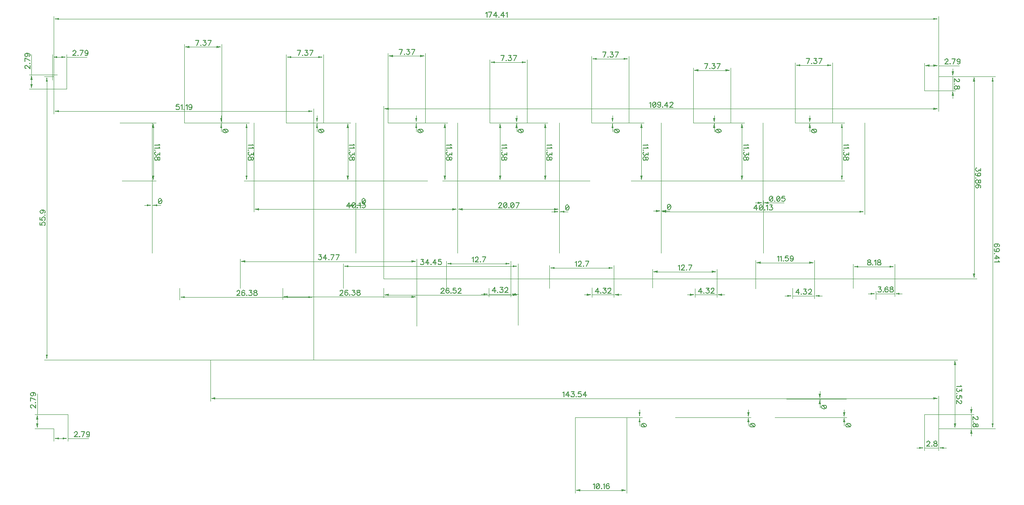
<source format=gbr>
G04 DipTrace 3.0.0.1*
G04 TopDimension.gbr*
%MOIN*%
G04 #@! TF.FileFunction,Drawing,Top*
G04 #@! TF.Part,Single*
%ADD13C,0.001496*%
%ADD118C,0.006176*%
%FSLAX26Y26*%
G04*
G70*
G90*
G75*
G01*
G04 TopDimension*
%LPD*%
X503720Y3039619D2*
D13*
Y3307135D1*
X393701Y3110236D2*
Y3307135D1*
X448711Y3287450D2*
X464350D1*
G36*
X503720D2*
X464350Y3279576D1*
Y3295324D1*
X503720Y3287450D1*
G37*
X448711D2*
D13*
X433071D1*
G36*
X393701D2*
X433071Y3295324D1*
Y3279576D1*
X393701Y3287450D1*
G37*
X662474D2*
D13*
X503720D1*
Y3039619D2*
X213386D1*
X433071Y3149606D2*
X213386D1*
X233071Y3094613D2*
Y3078990D1*
G36*
Y3039619D2*
X225197Y3078990D1*
X240945D1*
X233071Y3039619D1*
G37*
Y3094613D2*
D13*
Y3110236D1*
G36*
Y3149606D2*
X240945Y3110236D1*
X225197D1*
X233071Y3149606D1*
G37*
Y3308360D2*
D13*
Y3149606D1*
X4851840Y492403D2*
Y-94735D1*
X4451723Y492411D2*
Y-94735D1*
X4651781Y-75050D2*
X4812470D1*
G36*
X4851840D2*
X4812470Y-82924D1*
Y-67176D1*
X4851840Y-75050D1*
G37*
X4651781D2*
D13*
X4491093D1*
G36*
X4451723D2*
X4491093Y-67176D1*
Y-82924D1*
X4451723Y-75050D1*
G37*
Y492411D2*
D13*
X4971507D1*
X4851840Y492403D2*
X4971507D1*
X4951822Y492411D2*
Y492403D1*
Y551466D2*
Y531781D1*
G36*
Y492411D2*
X4943948Y531781D1*
X4959696D1*
X4951822Y492411D1*
G37*
Y433348D2*
D13*
Y453033D1*
G36*
Y492403D2*
X4959696Y453033D1*
X4943948D1*
X4951822Y492403D1*
G37*
Y426238D2*
D13*
Y492411D1*
X5226722D2*
X5815256D1*
X5626840Y492404D2*
X5815256D1*
X5795571Y492411D2*
Y492404D1*
Y551466D2*
Y531781D1*
G36*
Y492411D2*
X5787697Y531781D1*
X5803445D1*
X5795571Y492411D1*
G37*
Y433349D2*
D13*
Y453034D1*
G36*
Y492404D2*
X5803445Y453034D1*
X5787697D1*
X5795571Y492404D1*
G37*
Y426239D2*
D13*
Y492411D1*
X6001722Y492412D2*
X6559005D1*
X6401841Y492404D2*
X6559005D1*
X6539320Y492412D2*
Y492404D1*
Y551467D2*
Y531782D1*
G36*
Y492412D2*
X6531446Y531782D1*
X6547194D1*
X6539320Y492412D1*
G37*
Y433349D2*
D13*
Y453034D1*
G36*
Y492404D2*
X6547194Y453034D1*
X6531446D1*
X6539320Y492404D1*
G37*
Y426239D2*
D13*
Y492412D1*
X6698822Y2776701D2*
Y2067765D1*
X5118822Y1768701D2*
Y2107135D1*
X5908822Y2087450D2*
X6659451D1*
G36*
X6698822D2*
X6659451Y2079576D1*
Y2095324D1*
X6698822Y2087450D1*
G37*
X5908822D2*
D13*
X5158192D1*
G36*
X5118822D2*
X5158192Y2095324D1*
Y2079576D1*
X5118822Y2087450D1*
G37*
X5908822Y2776701D2*
D13*
Y2136516D1*
X5910822Y1768701D2*
Y2175886D1*
X5908822Y2156201D2*
X5910822D1*
X5849766D2*
X5869451D1*
G36*
X5908822D2*
X5869451Y2148327D1*
Y2164075D1*
X5908822Y2156201D1*
G37*
X5969877D2*
D13*
X5950192D1*
G36*
X5910822D2*
X5950192Y2164075D1*
Y2148327D1*
X5910822Y2156201D1*
G37*
X6071477D2*
D13*
X5910822D1*
X5118822Y2776701D2*
Y2074016D1*
Y1768701D2*
Y2113386D1*
Y2093701D2*
D3*
X5059766D2*
X5079451D1*
G36*
X5118822D2*
X5079451Y2085827D1*
Y2101575D1*
X5118822Y2093701D1*
G37*
X5177877D2*
D13*
X5158192D1*
G36*
X5118822D2*
X5158192Y2101575D1*
Y2085827D1*
X5118822Y2093701D1*
G37*
X5184986D2*
D13*
X5118822D1*
X4328822Y2776701D2*
Y2067765D1*
Y1768701D2*
Y2107135D1*
Y2087450D2*
D3*
X4269766D2*
X4289451D1*
G36*
X4328822D2*
X4289451Y2079576D1*
Y2095324D1*
X4328822Y2087450D1*
G37*
X4387877D2*
D13*
X4368192D1*
G36*
X4328822D2*
X4368192Y2095324D1*
Y2079576D1*
X4328822Y2087450D1*
G37*
X4394986D2*
D13*
X4328822D1*
X3538822Y2776701D2*
Y2086516D1*
X4328822Y1768701D2*
Y2125886D1*
X3933822Y2106201D2*
X3578192D1*
G36*
X3538822D2*
X3578192Y2114075D1*
Y2098327D1*
X3538822Y2106201D1*
G37*
X3933822D2*
D13*
X4289451D1*
G36*
X4328822D2*
X4289451Y2098327D1*
Y2114075D1*
X4328822Y2106201D1*
G37*
X2748822Y2776701D2*
D13*
Y2117766D1*
Y1768701D2*
Y2157136D1*
Y2137451D2*
D3*
X2689766D2*
X2709451D1*
G36*
X2748822D2*
X2709451Y2129577D1*
Y2145325D1*
X2748822Y2137451D1*
G37*
X2807877D2*
D13*
X2788192D1*
G36*
X2748822D2*
X2788192Y2145325D1*
Y2129577D1*
X2748822Y2137451D1*
G37*
X2814986D2*
D13*
X2748822D1*
X1958822Y2776701D2*
Y2086516D1*
X3538822Y1768701D2*
Y2125886D1*
X2748822Y2106201D2*
X1998192D1*
G36*
X1958822D2*
X1998192Y2114075D1*
Y2098327D1*
X1958822Y2106201D1*
G37*
X2748822D2*
D13*
X3499451D1*
G36*
X3538822D2*
X3499451Y2098327D1*
Y2114075D1*
X3538822Y2106201D1*
G37*
X1168822Y2776701D2*
D13*
Y2117766D1*
Y1768701D2*
Y2157136D1*
Y2137451D2*
D3*
X1109766D2*
X1129451D1*
G36*
X1168822D2*
X1129451Y2129577D1*
Y2145325D1*
X1168822Y2137451D1*
G37*
X1227877D2*
D13*
X1208192D1*
G36*
X1168822D2*
X1208192Y2145325D1*
Y2129577D1*
X1168822Y2137451D1*
G37*
X1234986D2*
D13*
X1168822D1*
X918822Y2776701D2*
X1196756D1*
X933822Y2328701D2*
X1196756D1*
X1177071Y2552701D2*
Y2737331D1*
G36*
Y2776701D2*
X1184945Y2737331D1*
X1169197D1*
X1177071Y2776701D1*
G37*
Y2552701D2*
D13*
Y2368071D1*
G36*
Y2328701D2*
X1169197Y2368071D1*
X1184945D1*
X1177071Y2328701D1*
G37*
X1708822Y2776701D2*
D13*
X1921756D1*
X3303822Y2328701D2*
X1882386D1*
X1902071Y2552701D2*
Y2737331D1*
G36*
Y2776701D2*
X1909945Y2737331D1*
X1894197D1*
X1902071Y2776701D1*
G37*
Y2552701D2*
D13*
Y2368071D1*
G36*
Y2328701D2*
X1894197Y2368071D1*
X1909945D1*
X1902071Y2328701D1*
G37*
X2498822Y2776701D2*
D13*
X2706756D1*
X2513822Y2328701D2*
X2706756D1*
X2687071Y2552701D2*
Y2737331D1*
G36*
Y2776701D2*
X2694945Y2737331D1*
X2679197D1*
X2687071Y2776701D1*
G37*
Y2552701D2*
D13*
Y2368071D1*
G36*
Y2328701D2*
X2679197Y2368071D1*
X2694945D1*
X2687071Y2328701D1*
G37*
X3288822Y2776701D2*
D13*
X3460756D1*
X4093822Y2328701D2*
X3421386D1*
X3441071Y2552701D2*
Y2737331D1*
G36*
Y2776701D2*
X3448945Y2737331D1*
X3433197D1*
X3441071Y2776701D1*
G37*
Y2552701D2*
D13*
Y2368071D1*
G36*
Y2328701D2*
X3433197Y2368071D1*
X3448945D1*
X3441071Y2328701D1*
G37*
X3788822Y2776701D2*
D13*
X3888756D1*
X4563822Y2328701D2*
X3849386D1*
X3869071Y2552701D2*
Y2737331D1*
G36*
Y2776701D2*
X3876945Y2737331D1*
X3861197D1*
X3869071Y2776701D1*
G37*
Y2552701D2*
D13*
Y2368071D1*
G36*
Y2328701D2*
X3861197Y2368071D1*
X3876945D1*
X3869071Y2328701D1*
G37*
X4078822Y2776701D2*
D13*
X4238756D1*
X4093822Y2328701D2*
X4238756D1*
X4219071Y2552701D2*
Y2737331D1*
G36*
Y2776701D2*
X4226945Y2737331D1*
X4211197D1*
X4219071Y2776701D1*
G37*
Y2552701D2*
D13*
Y2368071D1*
G36*
Y2328701D2*
X4211197Y2368071D1*
X4226945D1*
X4219071Y2328701D1*
G37*
X4868822Y2776701D2*
D13*
X4985756D1*
X4883822Y2328701D2*
X4985756D1*
X4966071Y2552701D2*
Y2737331D1*
G36*
Y2776701D2*
X4973945Y2737331D1*
X4958197D1*
X4966071Y2776701D1*
G37*
Y2552701D2*
D13*
Y2368071D1*
G36*
Y2328701D2*
X4958197Y2368071D1*
X4973945D1*
X4966071Y2328701D1*
G37*
X5658822Y2776701D2*
D13*
X5765756D1*
X5675822Y2328701D2*
X5765756D1*
X5746071Y2552701D2*
Y2737331D1*
G36*
Y2776701D2*
X5753945Y2737331D1*
X5738197D1*
X5746071Y2776701D1*
G37*
Y2552701D2*
D13*
Y2368071D1*
G36*
Y2328701D2*
X5738197Y2368071D1*
X5753945D1*
X5746071Y2328701D1*
G37*
X6448822Y2776701D2*
D13*
X6541756D1*
X4883822Y2328701D2*
X6541756D1*
X6522071Y2552701D2*
Y2737331D1*
G36*
Y2776701D2*
X6529945Y2737331D1*
X6514197D1*
X6522071Y2776701D1*
G37*
Y2552701D2*
D13*
Y2368071D1*
G36*
Y2328701D2*
X6514197Y2368071D1*
X6529945D1*
X6522071Y2328701D1*
G37*
X6158822Y2776701D2*
D13*
Y3244386D1*
X6448822Y2776701D2*
Y3244386D1*
X6303822Y3224701D2*
X6198192D1*
G36*
X6158822D2*
X6198192Y3232575D1*
Y3216827D1*
X6158822Y3224701D1*
G37*
X6303822D2*
D13*
X6409451D1*
G36*
X6448822D2*
X6409451Y3216827D1*
Y3232575D1*
X6448822Y3224701D1*
G37*
X5658822Y2776701D2*
D13*
Y3205386D1*
X5368822Y2776701D2*
Y3205386D1*
X5513822Y3185701D2*
X5619451D1*
G36*
X5658822D2*
X5619451Y3177827D1*
Y3193575D1*
X5658822Y3185701D1*
G37*
X5513822D2*
D13*
X5408192D1*
G36*
X5368822D2*
X5408192Y3193575D1*
Y3177827D1*
X5368822Y3185701D1*
G37*
X4868822Y2776701D2*
D13*
Y3294386D1*
X4578822Y2776701D2*
Y3294386D1*
X4723822Y3274701D2*
X4829451D1*
G36*
X4868822D2*
X4829451Y3266827D1*
Y3282575D1*
X4868822Y3274701D1*
G37*
X4723822D2*
D13*
X4618192D1*
G36*
X4578822D2*
X4618192Y3282575D1*
Y3266827D1*
X4578822Y3274701D1*
G37*
X4078822Y2776701D2*
D13*
Y3267386D1*
X3788822Y2776701D2*
Y3267386D1*
X3933822Y3247701D2*
X4039451D1*
G36*
X4078822D2*
X4039451Y3239827D1*
Y3255575D1*
X4078822Y3247701D1*
G37*
X3933822D2*
D13*
X3828192D1*
G36*
X3788822D2*
X3828192Y3255575D1*
Y3239827D1*
X3788822Y3247701D1*
G37*
X3288822Y2776701D2*
D13*
Y3316386D1*
X2998822Y2776701D2*
Y3316386D1*
X3143822Y3296701D2*
X3249451D1*
G36*
X3288822D2*
X3249451Y3288827D1*
Y3304575D1*
X3288822Y3296701D1*
G37*
X3143822D2*
D13*
X3038192D1*
G36*
X2998822D2*
X3038192Y3304575D1*
Y3288827D1*
X2998822Y3296701D1*
G37*
X2498822Y2776701D2*
D13*
Y3307386D1*
X2208822Y2776701D2*
Y3307386D1*
X2353822Y3287701D2*
X2459451D1*
G36*
X2498822D2*
X2459451Y3279827D1*
Y3295575D1*
X2498822Y3287701D1*
G37*
X2353822D2*
D13*
X2248192D1*
G36*
X2208822D2*
X2248192Y3295575D1*
Y3279827D1*
X2208822Y3287701D1*
G37*
X1708822Y2776701D2*
D13*
Y3386386D1*
X1418822Y2776701D2*
Y3386386D1*
X1563822Y3366701D2*
X1669451D1*
G36*
X1708822D2*
X1669451Y3358827D1*
Y3374575D1*
X1708822Y3366701D1*
G37*
X1563822D2*
D13*
X1458192D1*
G36*
X1418822D2*
X1458192Y3374575D1*
Y3358827D1*
X1418822Y3366701D1*
G37*
Y2776701D2*
D13*
X1724756D1*
X1708822D2*
X1685386D1*
X1705071D2*
D3*
Y2835756D2*
Y2816071D1*
G36*
Y2776701D2*
X1697197Y2816071D1*
X1712945D1*
X1705071Y2776701D1*
G37*
Y2717646D2*
D13*
Y2737331D1*
G36*
Y2776701D2*
X1712945Y2737331D1*
X1697197D1*
X1705071Y2776701D1*
G37*
Y2710536D2*
D13*
Y2776701D1*
X2208822D2*
X2467756D1*
X2498822D2*
X2428386D1*
X2448071D2*
D3*
Y2835756D2*
Y2816071D1*
G36*
Y2776701D2*
X2440197Y2816071D1*
X2455945D1*
X2448071Y2776701D1*
G37*
Y2717646D2*
D13*
Y2737331D1*
G36*
Y2776701D2*
X2455945Y2737331D1*
X2440197D1*
X2448071Y2776701D1*
G37*
Y2710536D2*
D13*
Y2776701D1*
X2998822D2*
X3237756D1*
X3288822D2*
X3198386D1*
X3218071D2*
D3*
Y2835756D2*
Y2816071D1*
G36*
Y2776701D2*
X3210197Y2816071D1*
X3225945D1*
X3218071Y2776701D1*
G37*
Y2717646D2*
D13*
Y2737331D1*
G36*
Y2776701D2*
X3225945Y2737331D1*
X3210197D1*
X3218071Y2776701D1*
G37*
Y2710536D2*
D13*
Y2776701D1*
X3788822D2*
X4016756D1*
X4078822D2*
X3977386D1*
X3997071D2*
D3*
Y2835756D2*
Y2816071D1*
G36*
Y2776701D2*
X3989197Y2816071D1*
X4004945D1*
X3997071Y2776701D1*
G37*
Y2717646D2*
D13*
Y2737331D1*
G36*
Y2776701D2*
X4004945Y2737331D1*
X3989197D1*
X3997071Y2776701D1*
G37*
Y2710536D2*
D13*
Y2776701D1*
X4578822D2*
X4761756D1*
X4868822D2*
X4722386D1*
X4742071D2*
D3*
Y2835756D2*
Y2816071D1*
G36*
Y2776701D2*
X4734197Y2816071D1*
X4749945D1*
X4742071Y2776701D1*
G37*
Y2717646D2*
D13*
Y2737331D1*
G36*
Y2776701D2*
X4749945Y2737331D1*
X4734197D1*
X4742071Y2776701D1*
G37*
Y2710536D2*
D13*
Y2776701D1*
X5368822D2*
X5550756D1*
X5658822D2*
X5511386D1*
X5531071D2*
D3*
Y2835756D2*
Y2816071D1*
G36*
Y2776701D2*
X5523197Y2816071D1*
X5538945D1*
X5531071Y2776701D1*
G37*
Y2717646D2*
D13*
Y2737331D1*
G36*
Y2776701D2*
X5538945Y2737331D1*
X5523197D1*
X5531071Y2776701D1*
G37*
Y2710536D2*
D13*
Y2776701D1*
X6158822D2*
X6292756D1*
X6448822D2*
X6253386D1*
X6273071D2*
D3*
Y2835756D2*
Y2816071D1*
G36*
Y2776701D2*
X6265197Y2816071D1*
X6280945D1*
X6273071Y2776701D1*
G37*
Y2717646D2*
D13*
Y2737331D1*
G36*
Y2776701D2*
X6280945Y2737331D1*
X6265197D1*
X6273071Y2776701D1*
G37*
Y2710536D2*
D13*
Y2776701D1*
X1851822Y1493701D2*
Y1722386D1*
X3220571Y1199951D2*
Y1722386D1*
X2536196Y1702701D2*
X1891192D1*
G36*
X1851822D2*
X1891192Y1710575D1*
Y1694827D1*
X1851822Y1702701D1*
G37*
X2536196D2*
D13*
X3181201D1*
G36*
X3220571D2*
X3181201Y1694827D1*
Y1710575D1*
X3220571Y1702701D1*
G37*
X2651822Y1493701D2*
D13*
Y1684386D1*
X4008068Y1206201D2*
Y1684386D1*
X3329945Y1664701D2*
X2691192D1*
G36*
X2651822D2*
X2691192Y1672575D1*
Y1656827D1*
X2651822Y1664701D1*
G37*
X3329945D2*
D13*
X3968698D1*
G36*
X4008068D2*
X3968698Y1656827D1*
Y1672575D1*
X4008068Y1664701D1*
G37*
X3451822Y1493701D2*
D13*
Y1704386D1*
X3951819Y1493701D2*
Y1704386D1*
X3701820Y1684701D2*
X3491192D1*
G36*
X3451822D2*
X3491192Y1692575D1*
Y1676827D1*
X3451822Y1684701D1*
G37*
X3701820D2*
D13*
X3912449D1*
G36*
X3951819D2*
X3912449Y1676827D1*
Y1692575D1*
X3951819Y1684701D1*
G37*
X4251819Y1493701D2*
D13*
Y1670386D1*
X4751822Y1496701D2*
Y1670386D1*
X4501820Y1650701D2*
X4291189D1*
G36*
X4251819D2*
X4291189Y1658575D1*
Y1642827D1*
X4251819Y1650701D1*
G37*
X4501820D2*
D13*
X4712451D1*
G36*
X4751822D2*
X4712451Y1642827D1*
Y1658575D1*
X4751822Y1650701D1*
G37*
X5051822Y1496701D2*
D13*
Y1642386D1*
X5551858Y1491701D2*
Y1642386D1*
X5301840Y1622701D2*
X5091192D1*
G36*
X5051822D2*
X5091192Y1630575D1*
Y1614827D1*
X5051822Y1622701D1*
G37*
X5301840D2*
D13*
X5512488D1*
G36*
X5551858D2*
X5512488Y1614827D1*
Y1630575D1*
X5551858Y1622701D1*
G37*
X5851858Y1491701D2*
D13*
Y1712386D1*
X6308084Y1493701D2*
Y1712386D1*
X6079971Y1692701D2*
X5891228D1*
G36*
X5851858D2*
X5891228Y1700575D1*
Y1684827D1*
X5851858Y1692701D1*
G37*
X6079971D2*
D13*
X6268714D1*
G36*
X6308084D2*
X6268714Y1684827D1*
Y1700575D1*
X6308084Y1692701D1*
G37*
X6608084Y1493701D2*
D13*
Y1680386D1*
X6930071Y1499950D2*
Y1680386D1*
X6769077Y1660701D2*
X6647454D1*
G36*
X6608084D2*
X6647454Y1668575D1*
Y1652827D1*
X6608084Y1660701D1*
G37*
X6769077D2*
D13*
X6890701D1*
G36*
X6930071D2*
X6890701Y1652827D1*
Y1668575D1*
X6930071Y1660701D1*
G37*
X2420570Y1206201D2*
D13*
Y1444386D1*
X1381833Y1493898D2*
Y1405016D1*
X1901201Y1424701D2*
X2381199D1*
G36*
X2420570D2*
X2381199Y1416827D1*
Y1432575D1*
X2420570Y1424701D1*
G37*
X1901201D2*
D13*
X1421203D1*
G36*
X1381833D2*
X1421203Y1432575D1*
Y1416827D1*
X1381833Y1424701D1*
G37*
X2181833Y1493898D2*
D13*
Y1407349D1*
X3220571Y1199951D2*
Y1446719D1*
X2701202Y1427034D2*
X2221203D1*
G36*
X2181833D2*
X2221203Y1434908D1*
Y1419160D1*
X2181833Y1427034D1*
G37*
X2701202D2*
D13*
X3181201D1*
G36*
X3220571D2*
X3181201Y1419160D1*
Y1434908D1*
X3220571Y1427034D1*
G37*
X2964071Y1493898D2*
D13*
Y1422441D1*
X4008068Y1206201D2*
Y1461811D1*
X3486070Y1442126D2*
X3003441D1*
G36*
X2964071D2*
X3003441Y1450000D1*
Y1434252D1*
X2964071Y1442126D1*
G37*
X3486070D2*
D13*
X3968698D1*
G36*
X4008068D2*
X3968698Y1434252D1*
Y1450000D1*
X4008068Y1442126D1*
G37*
X3781831Y1493898D2*
D13*
Y1428084D1*
X3951819Y1493701D2*
Y1428084D1*
X3781831Y1447769D2*
X3951819D1*
X3722776D2*
X3742461D1*
G36*
X3781831D2*
X3742461Y1439895D1*
Y1455643D1*
X3781831Y1447769D1*
G37*
X4010874D2*
D13*
X3991189D1*
G36*
X3951819D2*
X3991189Y1455643D1*
Y1439895D1*
X3951819Y1447769D1*
G37*
X4581820Y1497147D2*
D13*
Y1424016D1*
X4751822Y1496701D2*
Y1424016D1*
X4581820Y1443701D2*
X4751822D1*
X4522765D2*
X4542450D1*
G36*
X4581820D2*
X4542450Y1435827D1*
Y1451575D1*
X4581820Y1443701D1*
G37*
X4810877D2*
D13*
X4791192D1*
G36*
X4751822D2*
X4791192Y1451575D1*
Y1435827D1*
X4751822Y1443701D1*
G37*
X5381883Y1491898D2*
D13*
Y1423097D1*
X5551858Y1491701D2*
Y1423097D1*
X5381883Y1442782D2*
X5551858D1*
X5322828D2*
X5342513D1*
G36*
X5381883D2*
X5342513Y1434908D1*
Y1450656D1*
X5381883Y1442782D1*
G37*
X5610913D2*
D13*
X5591228D1*
G36*
X5551858D2*
X5591228Y1450656D1*
Y1434908D1*
X5551858Y1442782D1*
G37*
X6138096Y1493898D2*
D13*
Y1414567D1*
X6308084Y1493701D2*
Y1414567D1*
X6138096Y1434252D2*
X6308084D1*
X6079041D2*
X6098726D1*
G36*
X6138096D2*
X6098726Y1426378D1*
Y1442126D1*
X6138096Y1434252D1*
G37*
X6367139D2*
D13*
X6347454D1*
G36*
X6308084D2*
X6347454Y1442126D1*
Y1426378D1*
X6308084Y1434252D1*
G37*
X6785031Y1409148D2*
D13*
Y1471129D1*
X6930071Y1499950D2*
Y1431759D1*
X6785031Y1451444D2*
X6930071D1*
X6725976D2*
X6745661D1*
G36*
X6785031D2*
X6745661Y1443570D1*
Y1459318D1*
X6785031Y1451444D1*
G37*
X6989126D2*
D13*
X6969441D1*
G36*
X6930071D2*
X6969441Y1459318D1*
Y1443570D1*
X6930071Y1451444D1*
G37*
X2420571Y937451D2*
D13*
Y2887386D1*
X405232Y3138075D2*
Y2848016D1*
X1412902Y2867701D2*
X2381201D1*
G36*
X2420571D2*
X2381201Y2859827D1*
Y2875575D1*
X2420571Y2867701D1*
G37*
X1412902D2*
D13*
X444602D1*
G36*
X405232D2*
X444602Y2875575D1*
Y2859827D1*
X405232Y2867701D1*
G37*
X2420571Y937451D2*
D13*
X332386D1*
X405232Y3138075D2*
X332386D1*
X352071Y2037763D2*
Y976822D1*
G36*
Y937451D2*
X344197Y976822D1*
X359945D1*
X352071Y937451D1*
G37*
Y2037763D2*
D13*
Y3098705D1*
G36*
Y3138075D2*
X359945Y3098705D1*
X344197D1*
X352071Y3138075D1*
G37*
X2964071Y1568701D2*
D13*
Y2906562D1*
X7271933Y3138075D2*
Y2867192D1*
X5118002Y2886877D2*
X3003441D1*
G36*
X2964071D2*
X3003441Y2894751D1*
Y2879003D1*
X2964071Y2886877D1*
G37*
X5118002D2*
D13*
X7232563D1*
G36*
X7271933D2*
X7232563Y2879003D1*
Y2894751D1*
X7271933Y2886877D1*
G37*
X2964071Y1568701D2*
D13*
X7566798D1*
X7271933Y3138075D2*
X7566798D1*
X7547113Y2353388D2*
Y1608071D1*
G36*
Y1568701D2*
X7539239Y1608071D1*
X7554987D1*
X7547113Y1568701D1*
G37*
Y2353388D2*
D13*
Y3098705D1*
G36*
Y3138075D2*
X7554987Y3098705D1*
X7539239D1*
X7547113Y3138075D1*
G37*
X1620571Y937450D2*
D13*
Y618635D1*
X7271933Y405232D2*
Y658005D1*
X4446252Y638320D2*
X1659941D1*
G36*
X1620571D2*
X1659941Y646194D1*
Y630446D1*
X1620571Y638320D1*
G37*
X4446252D2*
D13*
X7232563D1*
G36*
X7271933D2*
X7232563Y630446D1*
Y646194D1*
X7271933Y638320D1*
G37*
X1620571Y937450D2*
D13*
X7418898D1*
X7271933Y405232D2*
X7418898D1*
X7399213Y671341D2*
Y898080D1*
G36*
Y937450D2*
X7407087Y898080D1*
X7391339D1*
X7399213Y937450D1*
G37*
Y671341D2*
D13*
Y444602D1*
G36*
Y405232D2*
X7391339Y444602D1*
X7407087D1*
X7399213Y405232D1*
G37*
X7161940Y3028026D2*
D13*
Y3241732D1*
X7271933Y3138075D2*
Y3241732D1*
X7216936Y3222047D2*
X7201310D1*
G36*
X7161940D2*
X7201310Y3229921D1*
Y3214173D1*
X7161940Y3222047D1*
G37*
X7216936D2*
D13*
X7232563D1*
G36*
X7271933D2*
X7232563Y3214173D1*
Y3229921D1*
X7271933Y3222047D1*
G37*
X7430687D2*
D13*
X7271933D1*
X7161940Y3028026D2*
X7401969D1*
X7271933Y3138075D2*
X7401969D1*
X7382283D2*
Y3028026D1*
Y3197130D2*
Y3177445D1*
G36*
Y3138075D2*
X7374409Y3177445D1*
X7390157D1*
X7382283Y3138075D1*
G37*
Y2968971D2*
D13*
Y2988656D1*
G36*
Y3028026D2*
X7390157Y2988656D1*
X7374409D1*
X7382283Y3028026D1*
G37*
X515190Y515189D2*
D13*
Y308016D1*
X405232Y405232D2*
Y308016D1*
X460211Y327701D2*
X475820D1*
G36*
X515190D2*
X475820Y319827D1*
Y335575D1*
X515190Y327701D1*
G37*
X460211D2*
D13*
X444602D1*
G36*
X405232D2*
X444602Y335575D1*
Y319827D1*
X405232Y327701D1*
G37*
X673944D2*
D13*
X515190D1*
Y515189D2*
X257386D1*
X405232Y405232D2*
X257386D1*
X277071Y460211D2*
Y475819D1*
G36*
Y515189D2*
X284945Y475819D1*
X269197D1*
X277071Y515189D1*
G37*
Y460211D2*
D13*
Y444602D1*
G36*
Y405232D2*
X269197Y444602D1*
X284945D1*
X277071Y405232D1*
G37*
Y673943D2*
D13*
Y515189D1*
X7161877Y515289D2*
Y234383D1*
X7271933Y405232D2*
Y234383D1*
X7161877Y254068D2*
X7271933D1*
X7102822D2*
X7122507D1*
G36*
X7161877D2*
X7122507Y246194D1*
Y261942D1*
X7161877Y254068D1*
G37*
X7330988D2*
D13*
X7311303D1*
G36*
X7271933D2*
X7311303Y261942D1*
Y246194D1*
X7271933Y254068D1*
G37*
X7161877Y515289D2*
D13*
X7546063D1*
X7271933Y405232D2*
X7546063D1*
X7526378Y515289D2*
Y405232D1*
Y574344D2*
Y554659D1*
G36*
Y515289D2*
X7518504Y554659D1*
X7534252D1*
X7526378Y515289D1*
G37*
Y346177D2*
D13*
Y365862D1*
G36*
Y405232D2*
X7534252Y365862D1*
X7518504D1*
X7526378Y405232D1*
G37*
X405232Y3138075D2*
D13*
Y3604068D1*
X7271933Y3138075D2*
Y3604068D1*
X3838583Y3584383D2*
X444602D1*
G36*
X405232D2*
X444602Y3592257D1*
Y3576509D1*
X405232Y3584383D1*
G37*
X3838583D2*
D13*
X7232563D1*
G36*
X7271933D2*
X7232563Y3576509D1*
Y3592257D1*
X7271933Y3584383D1*
G37*
Y3138075D2*
D13*
X7711417D1*
X7271933Y405232D2*
X7711417D1*
X7691732Y1771654D2*
Y3098705D1*
G36*
Y3138075D2*
X7699606Y3098705D1*
X7683858D1*
X7691732Y3138075D1*
G37*
Y1771654D2*
D13*
Y444602D1*
G36*
Y405232D2*
X7683858Y444602D1*
X7699606D1*
X7691732Y405232D1*
G37*
X6090551Y633858D2*
D13*
X6370079D1*
X6555118D2*
X6330709D1*
X6350394D2*
D3*
Y692913D2*
Y673228D1*
G36*
Y633858D2*
X6342520Y673228D1*
X6358268D1*
X6350394Y633858D1*
G37*
Y574803D2*
D13*
Y594488D1*
G36*
Y633858D2*
X6358268Y594488D1*
X6342520D1*
X6350394Y633858D1*
G37*
Y567694D2*
D13*
Y633858D1*
X554300Y3330258D2*
D118*
Y3332159D1*
X556201Y3336006D1*
X558102Y3337907D1*
X561949Y3339809D1*
X569598D1*
X573401Y3337907D1*
X575302Y3336006D1*
X577247Y3332159D1*
Y3328357D1*
X575302Y3324510D1*
X571499Y3318806D1*
X552354Y3299661D1*
X579149D1*
X593401Y3303508D2*
X591500Y3301562D1*
X593401Y3299661D1*
X595347Y3301562D1*
X593401Y3303508D1*
X615348Y3299661D2*
X634493Y3339809D1*
X607698D1*
X671738Y3326456D2*
X669792Y3320708D1*
X665990Y3316861D1*
X660242Y3314959D1*
X658340D1*
X652592Y3316861D1*
X648790Y3320708D1*
X646844Y3326456D1*
Y3328357D1*
X648790Y3334105D1*
X652592Y3337907D1*
X658340Y3339809D1*
X660242D1*
X665990Y3337907D1*
X669792Y3334105D1*
X671738Y3326456D1*
Y3316861D1*
X669792Y3307310D1*
X665990Y3301562D1*
X660242Y3299661D1*
X656439D1*
X650691Y3301562D1*
X648790Y3305409D1*
X190263Y3200185D2*
X188362D1*
X184515Y3202087D1*
X182614Y3203988D1*
X180712Y3207835D1*
Y3215484D1*
X182614Y3219287D1*
X184515Y3221188D1*
X188362Y3223133D1*
X192164D1*
X196011Y3221188D1*
X201715Y3217385D1*
X220860Y3198240D1*
Y3225035D1*
X217013Y3239287D2*
X218959Y3237386D1*
X220860Y3239287D1*
X218959Y3241233D1*
X217013Y3239287D1*
X220860Y3261233D2*
X180712Y3280379D1*
Y3253584D1*
X194065Y3317624D2*
X199813Y3315678D1*
X203660Y3311876D1*
X205562Y3306128D1*
Y3304226D1*
X203660Y3298478D1*
X199813Y3294676D1*
X194065Y3292730D1*
X192164D1*
X186416Y3294676D1*
X182614Y3298478D1*
X180712Y3304226D1*
Y3306128D1*
X182614Y3311876D1*
X186416Y3315678D1*
X194065Y3317624D1*
X203660D1*
X213211Y3315678D1*
X218959Y3311876D1*
X220860Y3306128D1*
Y3302325D1*
X218959Y3296577D1*
X215112Y3294676D1*
X4592826Y-30341D2*
X4596673Y-28395D1*
X4602421Y-22691D1*
Y-62839D1*
X4626269Y-22691D2*
X4620521Y-24593D1*
X4616674Y-30341D1*
X4614773Y-39891D1*
Y-45639D1*
X4616674Y-55190D1*
X4620521Y-60938D1*
X4626269Y-62839D1*
X4630071D1*
X4635819Y-60938D1*
X4639622Y-55190D1*
X4641567Y-45639D1*
Y-39891D1*
X4639622Y-30341D1*
X4635819Y-24593D1*
X4630071Y-22691D1*
X4626269D1*
X4639622Y-30341D2*
X4616674Y-55190D1*
X4655820Y-58992D2*
X4653919Y-60938D1*
X4655820Y-62839D1*
X4657765Y-60938D1*
X4655820Y-58992D1*
X4670117Y-30341D2*
X4673964Y-28395D1*
X4679712Y-22691D1*
Y-62839D1*
X4715011Y-28395D2*
X4713110Y-24593D1*
X4707362Y-22691D1*
X4703559D1*
X4697811Y-24593D1*
X4693964Y-30341D1*
X4692063Y-39891D1*
Y-49442D1*
X4693964Y-57091D1*
X4697811Y-60938D1*
X4703559Y-62839D1*
X4705460D1*
X4711164Y-60938D1*
X4715011Y-57091D1*
X4716912Y-51343D1*
Y-49442D1*
X4715011Y-43694D1*
X4711164Y-39891D1*
X4705460Y-37990D1*
X4703559D1*
X4697811Y-39891D1*
X4693964Y-43694D1*
X4692063Y-49442D1*
X5004180Y432273D2*
X5002279Y438021D1*
X4996531Y441868D1*
X4986980Y443769D1*
X4981232D1*
X4971682Y441868D1*
X4965934Y438021D1*
X4964032Y432273D1*
Y428471D1*
X4965934Y422723D1*
X4971682Y418920D1*
X4981232Y416975D1*
X4986980D1*
X4996531Y418920D1*
X5002279Y422723D1*
X5004180Y428471D1*
Y432273D1*
X4996531Y418920D2*
X4971682Y441868D1*
X5847929Y432275D2*
X5846028Y438023D1*
X5840280Y441869D1*
X5830730Y443771D1*
X5824982D1*
X5815431Y441869D1*
X5809683Y438023D1*
X5807782Y432275D1*
Y428472D1*
X5809683Y422724D1*
X5815431Y418921D1*
X5824982Y416976D1*
X5830730D1*
X5840280Y418921D1*
X5846028Y422724D1*
X5847929Y428472D1*
Y432275D1*
X5840280Y418921D2*
X5815431Y441869D1*
X6591679Y432275D2*
X6589777Y438023D1*
X6584029Y441869D1*
X6574479Y443771D1*
X6568731D1*
X6559180Y441869D1*
X6553432Y438023D1*
X6551531Y432275D1*
Y428472D1*
X6553432Y422724D1*
X6559180Y418921D1*
X6568731Y416976D1*
X6574479D1*
X6584029Y418921D1*
X6589777Y422724D1*
X6591679Y428472D1*
Y432275D1*
X6584029Y418921D2*
X6559180Y441869D1*
X5858489Y2099661D2*
Y2139809D1*
X5839343Y2113058D1*
X5868039D1*
X5891887Y2139809D2*
X5886139Y2137907D1*
X5882292Y2132159D1*
X5880391Y2122609D1*
Y2116861D1*
X5882292Y2107310D1*
X5886139Y2101562D1*
X5891887Y2099661D1*
X5895689D1*
X5901437Y2101562D1*
X5905240Y2107310D1*
X5907185Y2116861D1*
Y2122609D1*
X5905240Y2132159D1*
X5901437Y2137907D1*
X5895689Y2139809D1*
X5891887D1*
X5905240Y2132159D2*
X5882292Y2107310D1*
X5921438Y2103508D2*
X5919537Y2101562D1*
X5921438Y2099661D1*
X5923383Y2101562D1*
X5921438Y2103508D1*
X5935735Y2132159D2*
X5939581Y2134105D1*
X5945330Y2139809D1*
Y2099661D1*
X5961528Y2139809D2*
X5982530D1*
X5971078Y2124510D1*
X5976826D1*
X5980629Y2122609D1*
X5982530Y2120708D1*
X5984476Y2114959D1*
Y2111157D1*
X5982530Y2105409D1*
X5978728Y2101562D1*
X5972980Y2099661D1*
X5967231D1*
X5961528Y2101562D1*
X5959626Y2103508D1*
X5957681Y2107310D1*
X5970951Y2208559D2*
X5965203Y2206658D1*
X5961356Y2200910D1*
X5959455Y2191359D1*
Y2185611D1*
X5961356Y2176061D1*
X5965203Y2170313D1*
X5970951Y2168412D1*
X5974754D1*
X5980502Y2170313D1*
X5984304Y2176061D1*
X5986250Y2185611D1*
Y2191359D1*
X5984304Y2200910D1*
X5980502Y2206658D1*
X5974754Y2208559D1*
X5970951D1*
X5984304Y2200910D2*
X5961356Y2176061D1*
X6000502Y2172258D2*
X5998601Y2170313D1*
X6000502Y2168412D1*
X6002448Y2170313D1*
X6000502Y2172258D1*
X6026295Y2208559D2*
X6020547Y2206658D1*
X6016701Y2200910D1*
X6014799Y2191359D1*
Y2185611D1*
X6016701Y2176061D1*
X6020547Y2170313D1*
X6026295Y2168412D1*
X6030098D1*
X6035846Y2170313D1*
X6039649Y2176061D1*
X6041594Y2185611D1*
Y2191359D1*
X6039649Y2200910D1*
X6035846Y2206658D1*
X6030098Y2208559D1*
X6026295D1*
X6039649Y2200910D2*
X6016701Y2176061D1*
X6076893Y2208559D2*
X6057792D1*
X6055891Y2191359D1*
X6057792Y2193261D1*
X6063540Y2195206D1*
X6069244D1*
X6074992Y2193261D1*
X6078839Y2189458D1*
X6080740Y2183710D1*
Y2179908D1*
X6078839Y2174160D1*
X6074992Y2170313D1*
X6069244Y2168412D1*
X6063540D1*
X6057792Y2170313D1*
X6055891Y2172258D1*
X6053945Y2176061D1*
X5178951Y2146059D2*
X5173203Y2144158D1*
X5169356Y2138410D1*
X5167455Y2128859D1*
Y2123111D1*
X5169356Y2113561D1*
X5173203Y2107813D1*
X5178951Y2105912D1*
X5182754D1*
X5188502Y2107813D1*
X5192304Y2113561D1*
X5194250Y2123111D1*
Y2128859D1*
X5192304Y2138410D1*
X5188502Y2144158D1*
X5182754Y2146059D1*
X5178951D1*
X5192304Y2138410D2*
X5169356Y2113561D1*
X4388951Y2139809D2*
X4383203Y2137907D1*
X4379356Y2132159D1*
X4377455Y2122609D1*
Y2116861D1*
X4379356Y2107310D1*
X4383203Y2101562D1*
X4388951Y2099661D1*
X4392754D1*
X4398502Y2101562D1*
X4402304Y2107310D1*
X4404250Y2116861D1*
Y2122609D1*
X4402304Y2132159D1*
X4398502Y2137907D1*
X4392754Y2139809D1*
X4388951D1*
X4402304Y2132159D2*
X4379356Y2107310D1*
X3858639Y2149009D2*
Y2150910D1*
X3860541Y2154757D1*
X3862442Y2156658D1*
X3866289Y2158559D1*
X3873938D1*
X3877740Y2156658D1*
X3879642Y2154757D1*
X3881587Y2150910D1*
Y2147107D1*
X3879642Y2143261D1*
X3875839Y2137557D1*
X3856694Y2118412D1*
X3883489D1*
X3907336Y2158559D2*
X3901588Y2156658D1*
X3897741Y2150910D1*
X3895840Y2141359D1*
Y2135611D1*
X3897741Y2126061D1*
X3901588Y2120313D1*
X3907336Y2118412D1*
X3911139D1*
X3916887Y2120313D1*
X3920689Y2126061D1*
X3922635Y2135611D1*
Y2141359D1*
X3920689Y2150910D1*
X3916887Y2156658D1*
X3911139Y2158559D1*
X3907336D1*
X3920689Y2150910D2*
X3897741Y2126061D1*
X3936887Y2122258D2*
X3934986Y2120313D1*
X3936887Y2118412D1*
X3938833Y2120313D1*
X3936887Y2122258D1*
X3962680Y2158559D2*
X3956932Y2156658D1*
X3953085Y2150910D1*
X3951184Y2141359D1*
Y2135611D1*
X3953085Y2126061D1*
X3956932Y2120313D1*
X3962680Y2118412D1*
X3966483D1*
X3972231Y2120313D1*
X3976033Y2126061D1*
X3977979Y2135611D1*
Y2141359D1*
X3976033Y2150910D1*
X3972231Y2156658D1*
X3966483Y2158559D1*
X3962680D1*
X3976033Y2150910D2*
X3953085Y2126061D1*
X3997980Y2118412D2*
X4017125Y2158559D1*
X3990330D1*
X2808951Y2189810D2*
X2803203Y2187909D1*
X2799356Y2182161D1*
X2797455Y2172610D1*
Y2166862D1*
X2799356Y2157312D1*
X2803203Y2151563D1*
X2808951Y2149662D1*
X2812754D1*
X2818502Y2151563D1*
X2822304Y2157312D1*
X2824250Y2166862D1*
Y2172610D1*
X2822304Y2182161D1*
X2818502Y2187909D1*
X2812754Y2189810D1*
X2808951D1*
X2822304Y2182161D2*
X2799356Y2157312D1*
X2698489Y2118412D2*
Y2158559D1*
X2679343Y2131809D1*
X2708039D1*
X2731887Y2158559D2*
X2726139Y2156658D1*
X2722292Y2150910D1*
X2720391Y2141359D1*
Y2135611D1*
X2722292Y2126061D1*
X2726139Y2120313D1*
X2731887Y2118412D1*
X2735689D1*
X2741437Y2120313D1*
X2745240Y2126061D1*
X2747185Y2135611D1*
Y2141359D1*
X2745240Y2150910D1*
X2741437Y2156658D1*
X2735689Y2158559D1*
X2731887D1*
X2745240Y2150910D2*
X2722292Y2126061D1*
X2761438Y2122258D2*
X2759537Y2120313D1*
X2761438Y2118412D1*
X2763383Y2120313D1*
X2761438Y2122258D1*
X2775735Y2150910D2*
X2779581Y2152856D1*
X2785330Y2158559D1*
Y2118412D1*
X2801528Y2158559D2*
X2822530D1*
X2811078Y2143261D1*
X2816826D1*
X2820629Y2141359D1*
X2822530Y2139458D1*
X2824476Y2133710D1*
Y2129908D1*
X2822530Y2124160D1*
X2818728Y2120313D1*
X2812980Y2118412D1*
X2807231D1*
X2801528Y2120313D1*
X2799626Y2122258D1*
X2797681Y2126061D1*
X1228951Y2189810D2*
X1223203Y2187909D1*
X1219356Y2182161D1*
X1217455Y2172610D1*
Y2166862D1*
X1219356Y2157312D1*
X1223203Y2151563D1*
X1228951Y2149662D1*
X1232754D1*
X1238502Y2151563D1*
X1242304Y2157312D1*
X1244250Y2166862D1*
Y2172610D1*
X1242304Y2182161D1*
X1238502Y2187909D1*
X1232754Y2189810D1*
X1228951D1*
X1242304Y2182161D2*
X1219356Y2157312D1*
X1221780Y2612606D2*
X1223726Y2608760D1*
X1229429Y2603012D1*
X1189282D1*
X1221780Y2590660D2*
X1223726Y2586814D1*
X1229429Y2581065D1*
X1189282D1*
X1193128Y2566813D2*
X1191183Y2568714D1*
X1189282Y2566813D1*
X1191183Y2564867D1*
X1193128Y2566813D1*
X1229429Y2548669D2*
Y2527667D1*
X1214131Y2539119D1*
Y2533371D1*
X1212230Y2529568D1*
X1210328Y2527667D1*
X1204580Y2525721D1*
X1200778D1*
X1195030Y2527667D1*
X1191183Y2531469D1*
X1189282Y2537217D1*
Y2542965D1*
X1191183Y2548669D1*
X1193128Y2550570D1*
X1196931Y2552516D1*
X1229429Y2503819D2*
X1227528Y2509523D1*
X1223726Y2511469D1*
X1219879D1*
X1216076Y2509523D1*
X1214131Y2505721D1*
X1212230Y2498071D1*
X1210328Y2492323D1*
X1206482Y2488521D1*
X1202679Y2486619D1*
X1196931D1*
X1193128Y2488521D1*
X1191183Y2490422D1*
X1189282Y2496170D1*
Y2503819D1*
X1191183Y2509523D1*
X1193128Y2511469D1*
X1196931Y2513370D1*
X1202679D1*
X1206482Y2511469D1*
X1210328Y2507622D1*
X1212230Y2501918D1*
X1214131Y2494269D1*
X1216076Y2490422D1*
X1219879Y2488521D1*
X1223726D1*
X1227528Y2490422D1*
X1229429Y2496170D1*
Y2503819D1*
X1946780Y2612606D2*
X1948726Y2608760D1*
X1954429Y2603012D1*
X1914282D1*
X1946780Y2590660D2*
X1948726Y2586814D1*
X1954429Y2581065D1*
X1914282D1*
X1918128Y2566813D2*
X1916183Y2568714D1*
X1914282Y2566813D1*
X1916183Y2564867D1*
X1918128Y2566813D1*
X1954429Y2548669D2*
Y2527667D1*
X1939131Y2539119D1*
Y2533371D1*
X1937230Y2529568D1*
X1935328Y2527667D1*
X1929580Y2525721D1*
X1925778D1*
X1920030Y2527667D1*
X1916183Y2531469D1*
X1914282Y2537217D1*
Y2542965D1*
X1916183Y2548669D1*
X1918128Y2550570D1*
X1921931Y2552516D1*
X1954429Y2503819D2*
X1952528Y2509523D1*
X1948726Y2511469D1*
X1944879D1*
X1941076Y2509523D1*
X1939131Y2505721D1*
X1937230Y2498071D1*
X1935328Y2492323D1*
X1931482Y2488521D1*
X1927679Y2486619D1*
X1921931D1*
X1918128Y2488521D1*
X1916183Y2490422D1*
X1914282Y2496170D1*
Y2503819D1*
X1916183Y2509523D1*
X1918128Y2511469D1*
X1921931Y2513370D1*
X1927679D1*
X1931482Y2511469D1*
X1935328Y2507622D1*
X1937230Y2501918D1*
X1939131Y2494269D1*
X1941076Y2490422D1*
X1944879Y2488521D1*
X1948726D1*
X1952528Y2490422D1*
X1954429Y2496170D1*
Y2503819D1*
X2731780Y2612606D2*
X2733726Y2608760D1*
X2739429Y2603012D1*
X2699282D1*
X2731780Y2590660D2*
X2733726Y2586814D1*
X2739429Y2581065D1*
X2699282D1*
X2703128Y2566813D2*
X2701183Y2568714D1*
X2699282Y2566813D1*
X2701183Y2564867D1*
X2703128Y2566813D1*
X2739429Y2548669D2*
Y2527667D1*
X2724131Y2539119D1*
Y2533371D1*
X2722230Y2529568D1*
X2720328Y2527667D1*
X2714580Y2525721D1*
X2710778D1*
X2705030Y2527667D1*
X2701183Y2531469D1*
X2699282Y2537217D1*
Y2542965D1*
X2701183Y2548669D1*
X2703128Y2550570D1*
X2706931Y2552516D1*
X2739429Y2503819D2*
X2737528Y2509523D1*
X2733726Y2511469D1*
X2729879D1*
X2726076Y2509523D1*
X2724131Y2505721D1*
X2722230Y2498071D1*
X2720328Y2492323D1*
X2716482Y2488521D1*
X2712679Y2486619D1*
X2706931D1*
X2703128Y2488521D1*
X2701183Y2490422D1*
X2699282Y2496170D1*
Y2503819D1*
X2701183Y2509523D1*
X2703128Y2511469D1*
X2706931Y2513370D1*
X2712679D1*
X2716482Y2511469D1*
X2720328Y2507622D1*
X2722230Y2501918D1*
X2724131Y2494269D1*
X2726076Y2490422D1*
X2729879Y2488521D1*
X2733726D1*
X2737528Y2490422D1*
X2739429Y2496170D1*
Y2503819D1*
X3485780Y2612606D2*
X3487726Y2608760D1*
X3493429Y2603012D1*
X3453282D1*
X3485780Y2590660D2*
X3487726Y2586814D1*
X3493429Y2581065D1*
X3453282D1*
X3457128Y2566813D2*
X3455183Y2568714D1*
X3453282Y2566813D1*
X3455183Y2564867D1*
X3457128Y2566813D1*
X3493429Y2548669D2*
Y2527667D1*
X3478131Y2539119D1*
Y2533371D1*
X3476230Y2529568D1*
X3474328Y2527667D1*
X3468580Y2525721D1*
X3464778D1*
X3459030Y2527667D1*
X3455183Y2531469D1*
X3453282Y2537217D1*
Y2542965D1*
X3455183Y2548669D1*
X3457128Y2550570D1*
X3460931Y2552516D1*
X3493429Y2503819D2*
X3491528Y2509523D1*
X3487726Y2511469D1*
X3483879D1*
X3480076Y2509523D1*
X3478131Y2505721D1*
X3476230Y2498071D1*
X3474328Y2492323D1*
X3470482Y2488521D1*
X3466679Y2486619D1*
X3460931D1*
X3457128Y2488521D1*
X3455183Y2490422D1*
X3453282Y2496170D1*
Y2503819D1*
X3455183Y2509523D1*
X3457128Y2511469D1*
X3460931Y2513370D1*
X3466679D1*
X3470482Y2511469D1*
X3474328Y2507622D1*
X3476230Y2501918D1*
X3478131Y2494269D1*
X3480076Y2490422D1*
X3483879Y2488521D1*
X3487726D1*
X3491528Y2490422D1*
X3493429Y2496170D1*
Y2503819D1*
X3913780Y2612606D2*
X3915726Y2608760D1*
X3921429Y2603012D1*
X3881282D1*
X3913780Y2590660D2*
X3915726Y2586814D1*
X3921429Y2581065D1*
X3881282D1*
X3885128Y2566813D2*
X3883183Y2568714D1*
X3881282Y2566813D1*
X3883183Y2564867D1*
X3885128Y2566813D1*
X3921429Y2548669D2*
Y2527667D1*
X3906131Y2539119D1*
Y2533371D1*
X3904230Y2529568D1*
X3902328Y2527667D1*
X3896580Y2525721D1*
X3892778D1*
X3887030Y2527667D1*
X3883183Y2531469D1*
X3881282Y2537217D1*
Y2542965D1*
X3883183Y2548669D1*
X3885128Y2550570D1*
X3888931Y2552516D1*
X3921429Y2503819D2*
X3919528Y2509523D1*
X3915726Y2511469D1*
X3911879D1*
X3908076Y2509523D1*
X3906131Y2505721D1*
X3904230Y2498071D1*
X3902328Y2492323D1*
X3898482Y2488521D1*
X3894679Y2486619D1*
X3888931D1*
X3885128Y2488521D1*
X3883183Y2490422D1*
X3881282Y2496170D1*
Y2503819D1*
X3883183Y2509523D1*
X3885128Y2511469D1*
X3888931Y2513370D1*
X3894679D1*
X3898482Y2511469D1*
X3902328Y2507622D1*
X3904230Y2501918D1*
X3906131Y2494269D1*
X3908076Y2490422D1*
X3911879Y2488521D1*
X3915726D1*
X3919528Y2490422D1*
X3921429Y2496170D1*
Y2503819D1*
X4263780Y2612606D2*
X4265726Y2608760D1*
X4271429Y2603012D1*
X4231282D1*
X4263780Y2590660D2*
X4265726Y2586814D1*
X4271429Y2581065D1*
X4231282D1*
X4235128Y2566813D2*
X4233183Y2568714D1*
X4231282Y2566813D1*
X4233183Y2564867D1*
X4235128Y2566813D1*
X4271429Y2548669D2*
Y2527667D1*
X4256131Y2539119D1*
Y2533371D1*
X4254230Y2529568D1*
X4252328Y2527667D1*
X4246580Y2525721D1*
X4242778D1*
X4237030Y2527667D1*
X4233183Y2531469D1*
X4231282Y2537217D1*
Y2542965D1*
X4233183Y2548669D1*
X4235128Y2550570D1*
X4238931Y2552516D1*
X4271429Y2503819D2*
X4269528Y2509523D1*
X4265726Y2511469D1*
X4261879D1*
X4258076Y2509523D1*
X4256131Y2505721D1*
X4254230Y2498071D1*
X4252328Y2492323D1*
X4248482Y2488521D1*
X4244679Y2486619D1*
X4238931D1*
X4235128Y2488521D1*
X4233183Y2490422D1*
X4231282Y2496170D1*
Y2503819D1*
X4233183Y2509523D1*
X4235128Y2511469D1*
X4238931Y2513370D1*
X4244679D1*
X4248482Y2511469D1*
X4252328Y2507622D1*
X4254230Y2501918D1*
X4256131Y2494269D1*
X4258076Y2490422D1*
X4261879Y2488521D1*
X4265726D1*
X4269528Y2490422D1*
X4271429Y2496170D1*
Y2503819D1*
X5010780Y2612606D2*
X5012726Y2608760D1*
X5018429Y2603012D1*
X4978282D1*
X5010780Y2590660D2*
X5012726Y2586814D1*
X5018429Y2581065D1*
X4978282D1*
X4982128Y2566813D2*
X4980183Y2568714D1*
X4978282Y2566813D1*
X4980183Y2564867D1*
X4982128Y2566813D1*
X5018429Y2548669D2*
Y2527667D1*
X5003131Y2539119D1*
Y2533371D1*
X5001230Y2529568D1*
X4999328Y2527667D1*
X4993580Y2525721D1*
X4989778D1*
X4984030Y2527667D1*
X4980183Y2531469D1*
X4978282Y2537217D1*
Y2542965D1*
X4980183Y2548669D1*
X4982128Y2550570D1*
X4985931Y2552516D1*
X5018429Y2503819D2*
X5016528Y2509523D1*
X5012726Y2511469D1*
X5008879D1*
X5005076Y2509523D1*
X5003131Y2505721D1*
X5001230Y2498071D1*
X4999328Y2492323D1*
X4995482Y2488521D1*
X4991679Y2486619D1*
X4985931D1*
X4982128Y2488521D1*
X4980183Y2490422D1*
X4978282Y2496170D1*
Y2503819D1*
X4980183Y2509523D1*
X4982128Y2511469D1*
X4985931Y2513370D1*
X4991679D1*
X4995482Y2511469D1*
X4999328Y2507622D1*
X5001230Y2501918D1*
X5003131Y2494269D1*
X5005076Y2490422D1*
X5008879Y2488521D1*
X5012726D1*
X5016528Y2490422D1*
X5018429Y2496170D1*
Y2503819D1*
X5790780Y2612606D2*
X5792726Y2608760D1*
X5798429Y2603012D1*
X5758282D1*
X5790780Y2590660D2*
X5792726Y2586814D1*
X5798429Y2581065D1*
X5758282D1*
X5762128Y2566813D2*
X5760183Y2568714D1*
X5758282Y2566813D1*
X5760183Y2564867D1*
X5762128Y2566813D1*
X5798429Y2548669D2*
Y2527667D1*
X5783131Y2539119D1*
Y2533371D1*
X5781230Y2529568D1*
X5779328Y2527667D1*
X5773580Y2525721D1*
X5769778D1*
X5764030Y2527667D1*
X5760183Y2531469D1*
X5758282Y2537217D1*
Y2542965D1*
X5760183Y2548669D1*
X5762128Y2550570D1*
X5765931Y2552516D1*
X5798429Y2503819D2*
X5796528Y2509523D1*
X5792726Y2511469D1*
X5788879D1*
X5785076Y2509523D1*
X5783131Y2505721D1*
X5781230Y2498071D1*
X5779328Y2492323D1*
X5775482Y2488521D1*
X5771679Y2486619D1*
X5765931D1*
X5762128Y2488521D1*
X5760183Y2490422D1*
X5758282Y2496170D1*
Y2503819D1*
X5760183Y2509523D1*
X5762128Y2511469D1*
X5765931Y2513370D1*
X5771679D1*
X5775482Y2511469D1*
X5779328Y2507622D1*
X5781230Y2501918D1*
X5783131Y2494269D1*
X5785076Y2490422D1*
X5788879Y2488521D1*
X5792726D1*
X5796528Y2490422D1*
X5798429Y2496170D1*
Y2503819D1*
X6566780Y2612606D2*
X6568726Y2608760D1*
X6574429Y2603012D1*
X6534282D1*
X6566780Y2590660D2*
X6568726Y2586814D1*
X6574429Y2581065D1*
X6534282D1*
X6538128Y2566813D2*
X6536183Y2568714D1*
X6534282Y2566813D1*
X6536183Y2564867D1*
X6538128Y2566813D1*
X6574429Y2548669D2*
Y2527667D1*
X6559131Y2539119D1*
Y2533371D1*
X6557230Y2529568D1*
X6555328Y2527667D1*
X6549580Y2525721D1*
X6545778D1*
X6540030Y2527667D1*
X6536183Y2531469D1*
X6534282Y2537217D1*
Y2542965D1*
X6536183Y2548669D1*
X6538128Y2550570D1*
X6541931Y2552516D1*
X6574429Y2503819D2*
X6572528Y2509523D1*
X6568726Y2511469D1*
X6564879D1*
X6561076Y2509523D1*
X6559131Y2505721D1*
X6557230Y2498071D1*
X6555328Y2492323D1*
X6551482Y2488521D1*
X6547679Y2486619D1*
X6541931D1*
X6538128Y2488521D1*
X6536183Y2490422D1*
X6534282Y2496170D1*
Y2503819D1*
X6536183Y2509523D1*
X6538128Y2511469D1*
X6541931Y2513370D1*
X6547679D1*
X6551482Y2511469D1*
X6555328Y2507622D1*
X6557230Y2501918D1*
X6559131Y2494269D1*
X6561076Y2490422D1*
X6564879Y2488521D1*
X6568726D1*
X6572528Y2490422D1*
X6574429Y2496170D1*
Y2503819D1*
X6253916Y3236912D2*
X6273062Y3277059D1*
X6246267D1*
X6287314Y3240758D2*
X6285413Y3238813D1*
X6287314Y3236912D1*
X6289260Y3238813D1*
X6287314Y3240758D1*
X6305458Y3277059D2*
X6326460D1*
X6315008Y3261761D1*
X6320756D1*
X6324559Y3259859D1*
X6326460Y3257958D1*
X6328406Y3252210D1*
Y3248408D1*
X6326460Y3242660D1*
X6322658Y3238813D1*
X6316910Y3236912D1*
X6311162D1*
X6305458Y3238813D1*
X6303557Y3240758D1*
X6301611Y3244561D1*
X6348406Y3236912D2*
X6367552Y3277059D1*
X6340757D1*
X5463916Y3197912D2*
X5483062Y3238059D1*
X5456267D1*
X5497314Y3201758D2*
X5495413Y3199813D1*
X5497314Y3197912D1*
X5499260Y3199813D1*
X5497314Y3201758D1*
X5515458Y3238059D2*
X5536460D1*
X5525008Y3222761D1*
X5530756D1*
X5534559Y3220859D1*
X5536460Y3218958D1*
X5538406Y3213210D1*
Y3209408D1*
X5536460Y3203660D1*
X5532658Y3199813D1*
X5526910Y3197912D1*
X5521162D1*
X5515458Y3199813D1*
X5513557Y3201758D1*
X5511611Y3205561D1*
X5558406Y3197912D2*
X5577552Y3238059D1*
X5550757D1*
X4673916Y3286912D2*
X4693062Y3327059D1*
X4666267D1*
X4707314Y3290758D2*
X4705413Y3288813D1*
X4707314Y3286912D1*
X4709260Y3288813D1*
X4707314Y3290758D1*
X4725458Y3327059D2*
X4746460D1*
X4735008Y3311761D1*
X4740756D1*
X4744559Y3309859D1*
X4746460Y3307958D1*
X4748406Y3302210D1*
Y3298408D1*
X4746460Y3292660D1*
X4742658Y3288813D1*
X4736910Y3286912D1*
X4731162D1*
X4725458Y3288813D1*
X4723557Y3290758D1*
X4721611Y3294561D1*
X4768406Y3286912D2*
X4787552Y3327059D1*
X4760757D1*
X3883916Y3259912D2*
X3903062Y3300059D1*
X3876267D1*
X3917314Y3263758D2*
X3915413Y3261813D1*
X3917314Y3259912D1*
X3919260Y3261813D1*
X3917314Y3263758D1*
X3935458Y3300059D2*
X3956460D1*
X3945008Y3284761D1*
X3950756D1*
X3954559Y3282859D1*
X3956460Y3280958D1*
X3958406Y3275210D1*
Y3271408D1*
X3956460Y3265660D1*
X3952658Y3261813D1*
X3946910Y3259912D1*
X3941162D1*
X3935458Y3261813D1*
X3933557Y3263758D1*
X3931611Y3267561D1*
X3978406Y3259912D2*
X3997552Y3300059D1*
X3970757D1*
X3093916Y3308912D2*
X3113062Y3349059D1*
X3086267D1*
X3127314Y3312758D2*
X3125413Y3310813D1*
X3127314Y3308912D1*
X3129260Y3310813D1*
X3127314Y3312758D1*
X3145458Y3349059D2*
X3166460D1*
X3155008Y3333761D1*
X3160756D1*
X3164559Y3331859D1*
X3166460Y3329958D1*
X3168406Y3324210D1*
Y3320408D1*
X3166460Y3314660D1*
X3162658Y3310813D1*
X3156910Y3308912D1*
X3151162D1*
X3145458Y3310813D1*
X3143557Y3312758D1*
X3141611Y3316561D1*
X3188406Y3308912D2*
X3207552Y3349059D1*
X3180757D1*
X2303916Y3299912D2*
X2323062Y3340059D1*
X2296267D1*
X2337314Y3303758D2*
X2335413Y3301813D1*
X2337314Y3299912D1*
X2339260Y3301813D1*
X2337314Y3303758D1*
X2355458Y3340059D2*
X2376460D1*
X2365008Y3324761D1*
X2370756D1*
X2374559Y3322859D1*
X2376460Y3320958D1*
X2378406Y3315210D1*
Y3311408D1*
X2376460Y3305660D1*
X2372658Y3301813D1*
X2366910Y3299912D1*
X2361162D1*
X2355458Y3301813D1*
X2353557Y3303758D1*
X2351611Y3307561D1*
X2398406Y3299912D2*
X2417552Y3340059D1*
X2390757D1*
X1513916Y3378912D2*
X1533062Y3419059D1*
X1506267D1*
X1547314Y3382758D2*
X1545413Y3380813D1*
X1547314Y3378912D1*
X1549260Y3380813D1*
X1547314Y3382758D1*
X1565458Y3419059D2*
X1586460D1*
X1575008Y3403761D1*
X1580756D1*
X1584559Y3401859D1*
X1586460Y3399958D1*
X1588406Y3394210D1*
Y3390408D1*
X1586460Y3384660D1*
X1582658Y3380813D1*
X1576910Y3378912D1*
X1571162D1*
X1565458Y3380813D1*
X1563557Y3382758D1*
X1561611Y3386561D1*
X1608406Y3378912D2*
X1627552Y3419059D1*
X1600757D1*
X1757429Y2716571D2*
X1755528Y2722319D1*
X1749780Y2726166D1*
X1740230Y2728067D1*
X1734482D1*
X1724931Y2726166D1*
X1719183Y2722319D1*
X1717282Y2716571D1*
Y2712769D1*
X1719183Y2707021D1*
X1724931Y2703218D1*
X1734482Y2701272D1*
X1740230D1*
X1749780Y2703218D1*
X1755528Y2707021D1*
X1757429Y2712769D1*
Y2716571D1*
X1749780Y2703218D2*
X1724931Y2726166D1*
X2500429Y2716571D2*
X2498528Y2722319D1*
X2492780Y2726166D1*
X2483230Y2728067D1*
X2477482D1*
X2467931Y2726166D1*
X2462183Y2722319D1*
X2460282Y2716571D1*
Y2712769D1*
X2462183Y2707021D1*
X2467931Y2703218D1*
X2477482Y2701272D1*
X2483230D1*
X2492780Y2703218D1*
X2498528Y2707021D1*
X2500429Y2712769D1*
Y2716571D1*
X2492780Y2703218D2*
X2467931Y2726166D1*
X3270429Y2716571D2*
X3268528Y2722319D1*
X3262780Y2726166D1*
X3253230Y2728067D1*
X3247482D1*
X3237931Y2726166D1*
X3232183Y2722319D1*
X3230282Y2716571D1*
Y2712769D1*
X3232183Y2707021D1*
X3237931Y2703218D1*
X3247482Y2701272D1*
X3253230D1*
X3262780Y2703218D1*
X3268528Y2707021D1*
X3270429Y2712769D1*
Y2716571D1*
X3262780Y2703218D2*
X3237931Y2726166D1*
X4049429Y2716571D2*
X4047528Y2722319D1*
X4041780Y2726166D1*
X4032230Y2728067D1*
X4026482D1*
X4016931Y2726166D1*
X4011183Y2722319D1*
X4009282Y2716571D1*
Y2712769D1*
X4011183Y2707021D1*
X4016931Y2703218D1*
X4026482Y2701272D1*
X4032230D1*
X4041780Y2703218D1*
X4047528Y2707021D1*
X4049429Y2712769D1*
Y2716571D1*
X4041780Y2703218D2*
X4016931Y2726166D1*
X4794429Y2716571D2*
X4792528Y2722319D1*
X4786780Y2726166D1*
X4777230Y2728067D1*
X4771482D1*
X4761931Y2726166D1*
X4756183Y2722319D1*
X4754282Y2716571D1*
Y2712769D1*
X4756183Y2707021D1*
X4761931Y2703218D1*
X4771482Y2701272D1*
X4777230D1*
X4786780Y2703218D1*
X4792528Y2707021D1*
X4794429Y2712769D1*
Y2716571D1*
X4786780Y2703218D2*
X4761931Y2726166D1*
X5583429Y2716571D2*
X5581528Y2722319D1*
X5575780Y2726166D1*
X5566230Y2728067D1*
X5560482D1*
X5550931Y2726166D1*
X5545183Y2722319D1*
X5543282Y2716571D1*
Y2712769D1*
X5545183Y2707021D1*
X5550931Y2703218D1*
X5560482Y2701272D1*
X5566230D1*
X5575780Y2703218D1*
X5581528Y2707021D1*
X5583429Y2712769D1*
Y2716571D1*
X5575780Y2703218D2*
X5550931Y2726166D1*
X6325429Y2716571D2*
X6323528Y2722319D1*
X6317780Y2726166D1*
X6308230Y2728067D1*
X6302482D1*
X6292931Y2726166D1*
X6287183Y2722319D1*
X6285282Y2716571D1*
Y2712769D1*
X6287183Y2707021D1*
X6292931Y2703218D1*
X6302482Y2701272D1*
X6308230D1*
X6317780Y2703218D1*
X6323528Y2707021D1*
X6325429Y2712769D1*
Y2716571D1*
X6317780Y2703218D2*
X6292931Y2726166D1*
X2461965Y1755059D2*
X2482967D1*
X2471515Y1739761D1*
X2477263D1*
X2481066Y1737859D1*
X2482967Y1735958D1*
X2484913Y1730210D1*
Y1726408D1*
X2482967Y1720660D1*
X2479165Y1716813D1*
X2473417Y1714912D1*
X2467668D1*
X2461965Y1716813D1*
X2460063Y1718758D1*
X2458118Y1722561D1*
X2516409Y1714912D2*
Y1755059D1*
X2497264Y1728309D1*
X2525960D1*
X2540213Y1718758D2*
X2538311Y1716813D1*
X2540213Y1714912D1*
X2542158Y1716813D1*
X2540213Y1718758D1*
X2562159Y1714912D2*
X2581304Y1755059D1*
X2554509D1*
X2601305Y1714912D2*
X2620450Y1755059D1*
X2593656D1*
X3254763Y1717059D2*
X3275765D1*
X3264313Y1701761D1*
X3270061D1*
X3273864Y1699859D1*
X3275765Y1697958D1*
X3277711Y1692210D1*
Y1688408D1*
X3275765Y1682660D1*
X3271963Y1678813D1*
X3266215Y1676912D1*
X3260467D1*
X3254763Y1678813D1*
X3252861Y1680758D1*
X3250916Y1684561D1*
X3309207Y1676912D2*
Y1717059D1*
X3290062Y1690309D1*
X3318758D1*
X3333011Y1680758D2*
X3331109Y1678813D1*
X3333011Y1676912D1*
X3334956Y1678813D1*
X3333011Y1680758D1*
X3366453Y1676912D2*
Y1717059D1*
X3347308Y1690309D1*
X3376003D1*
X3411303Y1717059D2*
X3392202D1*
X3390300Y1699859D1*
X3392202Y1701761D1*
X3397950Y1703706D1*
X3403653D1*
X3409401Y1701761D1*
X3413248Y1697958D1*
X3415150Y1692210D1*
Y1688408D1*
X3413248Y1682660D1*
X3409401Y1678813D1*
X3403653Y1676912D1*
X3397950D1*
X3392202Y1678813D1*
X3390300Y1680758D1*
X3388355Y1684561D1*
X3652866Y1729410D2*
X3656712Y1731356D1*
X3662460Y1737059D1*
Y1696912D1*
X3676757Y1727509D2*
Y1729410D1*
X3678658Y1733257D1*
X3680560Y1735158D1*
X3684406Y1737059D1*
X3692056D1*
X3695858Y1735158D1*
X3697760Y1733257D1*
X3699705Y1729410D1*
Y1725607D1*
X3697760Y1721761D1*
X3693957Y1716057D1*
X3674812Y1696912D1*
X3701606D1*
X3715859Y1700758D2*
X3713958Y1698813D1*
X3715859Y1696912D1*
X3717805Y1698813D1*
X3715859Y1700758D1*
X3737805Y1696912D2*
X3756951Y1737059D1*
X3730156D1*
X4452866Y1695410D2*
X4456712Y1697356D1*
X4462460Y1703059D1*
Y1662912D1*
X4476757Y1693509D2*
Y1695410D1*
X4478658Y1699257D1*
X4480560Y1701158D1*
X4484406Y1703059D1*
X4492056D1*
X4495858Y1701158D1*
X4497760Y1699257D1*
X4499705Y1695410D1*
Y1691607D1*
X4497760Y1687761D1*
X4493957Y1682057D1*
X4474812Y1662912D1*
X4501606D1*
X4515859Y1666758D2*
X4513958Y1664813D1*
X4515859Y1662912D1*
X4517805Y1664813D1*
X4515859Y1666758D1*
X4537805Y1662912D2*
X4556951Y1703059D1*
X4530156D1*
X5252885Y1667410D2*
X5256732Y1669356D1*
X5262480Y1675059D1*
Y1634912D1*
X5276777Y1665509D2*
Y1667410D1*
X5278678Y1671257D1*
X5280579Y1673158D1*
X5284426Y1675059D1*
X5292075D1*
X5295878Y1673158D1*
X5297779Y1671257D1*
X5299725Y1667410D1*
Y1663607D1*
X5297779Y1659761D1*
X5293977Y1654057D1*
X5274831Y1634912D1*
X5301626D1*
X5315879Y1638758D2*
X5313977Y1636813D1*
X5315879Y1634912D1*
X5317824Y1636813D1*
X5315879Y1638758D1*
X5337825Y1634912D2*
X5356970Y1675059D1*
X5330176D1*
X6020994Y1737410D2*
X6024841Y1739356D1*
X6030589Y1745059D1*
Y1704912D1*
X6042940Y1737410D2*
X6046787Y1739356D1*
X6052535Y1745059D1*
Y1704912D1*
X6066788Y1708758D2*
X6064886Y1706813D1*
X6066788Y1704912D1*
X6068733Y1706813D1*
X6066788Y1708758D1*
X6104032Y1745059D2*
X6084931D1*
X6083030Y1727859D1*
X6084931Y1729761D1*
X6090679Y1731706D1*
X6096383D1*
X6102131Y1729761D1*
X6105978Y1725958D1*
X6107879Y1720210D1*
Y1716408D1*
X6105978Y1710660D1*
X6102131Y1706813D1*
X6096383Y1704912D1*
X6090679D1*
X6084931Y1706813D1*
X6083030Y1708758D1*
X6081085Y1712561D1*
X6145124Y1731706D2*
X6143178Y1725958D1*
X6139376Y1722111D1*
X6133628Y1720210D1*
X6131727D1*
X6125979Y1722111D1*
X6122176Y1725958D1*
X6120231Y1731706D1*
Y1733607D1*
X6122176Y1739356D1*
X6125979Y1743158D1*
X6131727Y1745059D1*
X6133628D1*
X6139376Y1743158D1*
X6143178Y1739356D1*
X6145124Y1731706D1*
Y1722111D1*
X6143178Y1712561D1*
X6139376Y1706813D1*
X6133628Y1704912D1*
X6129825D1*
X6124077Y1706813D1*
X6122176Y1710660D1*
X6729718Y1713059D2*
X6724014Y1711158D1*
X6722068Y1707356D1*
Y1703509D1*
X6724014Y1699706D1*
X6727816Y1697761D1*
X6735466Y1695859D1*
X6741214Y1693958D1*
X6745016Y1690111D1*
X6746917Y1686309D1*
Y1680561D1*
X6745016Y1676758D1*
X6743115Y1674813D1*
X6737367Y1672912D1*
X6729718D1*
X6724014Y1674813D1*
X6722068Y1676758D1*
X6720167Y1680561D1*
Y1686309D1*
X6722068Y1690111D1*
X6725915Y1693958D1*
X6731619Y1695859D1*
X6739268Y1697761D1*
X6743115Y1699706D1*
X6745016Y1703509D1*
Y1707356D1*
X6743115Y1711158D1*
X6737367Y1713059D1*
X6729718D1*
X6761170Y1676758D2*
X6759269Y1674813D1*
X6761170Y1672912D1*
X6763116Y1674813D1*
X6761170Y1676758D1*
X6775467Y1705410D2*
X6779314Y1707356D1*
X6785062Y1713059D1*
Y1672912D1*
X6806964Y1713059D2*
X6801260Y1711158D1*
X6799314Y1707356D1*
Y1703509D1*
X6801260Y1699706D1*
X6805062Y1697761D1*
X6812712Y1695859D1*
X6818460Y1693958D1*
X6822262Y1690111D1*
X6824164Y1686309D1*
Y1680561D1*
X6822262Y1676758D1*
X6820361Y1674813D1*
X6814613Y1672912D1*
X6806964D1*
X6801260Y1674813D1*
X6799314Y1676758D1*
X6797413Y1680561D1*
Y1686309D1*
X6799314Y1690111D1*
X6803161Y1693958D1*
X6808865Y1695859D1*
X6816514Y1697761D1*
X6820361Y1699706D1*
X6822262Y1703509D1*
Y1707356D1*
X6820361Y1711158D1*
X6814613Y1713059D1*
X6806964D1*
X1827014Y1467509D2*
Y1469410D1*
X1828915Y1473257D1*
X1830817Y1475158D1*
X1834663Y1477059D1*
X1842313D1*
X1846115Y1475158D1*
X1848017Y1473257D1*
X1849962Y1469410D1*
Y1465607D1*
X1848017Y1461761D1*
X1844214Y1456057D1*
X1825069Y1436912D1*
X1851863D1*
X1887163Y1471356D2*
X1885261Y1475158D1*
X1879513Y1477059D1*
X1875711D1*
X1869963Y1475158D1*
X1866116Y1469410D1*
X1864215Y1459859D1*
Y1450309D1*
X1866116Y1442660D1*
X1869963Y1438813D1*
X1875711Y1436912D1*
X1877612D1*
X1883316Y1438813D1*
X1887163Y1442660D1*
X1889064Y1448408D1*
Y1450309D1*
X1887163Y1456057D1*
X1883316Y1459859D1*
X1877612Y1461761D1*
X1875711D1*
X1869963Y1459859D1*
X1866116Y1456057D1*
X1864215Y1450309D1*
X1903317Y1440758D2*
X1901415Y1438813D1*
X1903317Y1436912D1*
X1905262Y1438813D1*
X1903317Y1440758D1*
X1921460Y1477059D2*
X1942463D1*
X1931011Y1461761D1*
X1936759D1*
X1940561Y1459859D1*
X1942463Y1457958D1*
X1944408Y1452210D1*
Y1448408D1*
X1942463Y1442660D1*
X1938660Y1438813D1*
X1932912Y1436912D1*
X1927164D1*
X1921460Y1438813D1*
X1919559Y1440758D1*
X1917613Y1444561D1*
X1966310Y1477059D2*
X1960606Y1475158D1*
X1958661Y1471356D1*
Y1467509D1*
X1960606Y1463706D1*
X1964409Y1461761D1*
X1972058Y1459859D1*
X1977806Y1457958D1*
X1981609Y1454111D1*
X1983510Y1450309D1*
Y1444561D1*
X1981609Y1440758D1*
X1979707Y1438813D1*
X1973959Y1436912D1*
X1966310D1*
X1960606Y1438813D1*
X1958661Y1440758D1*
X1956760Y1444561D1*
Y1450309D1*
X1958661Y1454111D1*
X1962508Y1457958D1*
X1968211Y1459859D1*
X1975861Y1461761D1*
X1979707Y1463706D1*
X1981609Y1467509D1*
Y1471356D1*
X1979707Y1475158D1*
X1973959Y1477059D1*
X1966310D1*
X2627015Y1469842D2*
Y1471743D1*
X2628916Y1475590D1*
X2630817Y1477491D1*
X2634664Y1479393D1*
X2642313D1*
X2646116Y1477491D1*
X2648017Y1475590D1*
X2649963Y1471743D1*
Y1467941D1*
X2648017Y1464094D1*
X2644215Y1458390D1*
X2625069Y1439245D1*
X2651864D1*
X2687163Y1473689D2*
X2685262Y1477491D1*
X2679514Y1479393D1*
X2675711D1*
X2669963Y1477491D1*
X2666117Y1471743D1*
X2664215Y1462193D1*
Y1452642D1*
X2666117Y1444993D1*
X2669963Y1441146D1*
X2675711Y1439245D1*
X2677613D1*
X2683317Y1441146D1*
X2687163Y1444993D1*
X2689065Y1450741D1*
Y1452642D1*
X2687163Y1458390D1*
X2683317Y1462193D1*
X2677613Y1464094D1*
X2675711D1*
X2669963Y1462193D1*
X2666117Y1458390D1*
X2664215Y1452642D1*
X2703317Y1443092D2*
X2701416Y1441146D1*
X2703317Y1439245D1*
X2705263Y1441146D1*
X2703317Y1443092D1*
X2721461Y1479393D2*
X2742463D1*
X2731011Y1464094D1*
X2736759D1*
X2740562Y1462193D1*
X2742463Y1460292D1*
X2744409Y1454543D1*
Y1450741D1*
X2742463Y1444993D1*
X2738661Y1441146D1*
X2732913Y1439245D1*
X2727165D1*
X2721461Y1441146D1*
X2719560Y1443092D1*
X2717614Y1446894D1*
X2766311Y1479393D2*
X2760607Y1477491D1*
X2758661Y1473689D1*
Y1469842D1*
X2760607Y1466040D1*
X2764409Y1464094D1*
X2772059Y1462193D1*
X2777807Y1460292D1*
X2781609Y1456445D1*
X2783511Y1452642D1*
Y1446894D1*
X2781609Y1443092D1*
X2779708Y1441146D1*
X2773960Y1439245D1*
X2766311D1*
X2760607Y1441146D1*
X2758661Y1443092D1*
X2756760Y1446894D1*
Y1452642D1*
X2758661Y1456445D1*
X2762508Y1460292D1*
X2768212Y1462193D1*
X2775861Y1464094D1*
X2779708Y1466040D1*
X2781609Y1469842D1*
Y1473689D1*
X2779708Y1477491D1*
X2773960Y1479393D1*
X2766311D1*
X3411860Y1484934D2*
Y1486835D1*
X3413761Y1490682D1*
X3415663Y1492583D1*
X3419509Y1494485D1*
X3427159D1*
X3430961Y1492583D1*
X3432863Y1490682D1*
X3434808Y1486835D1*
Y1483033D1*
X3432863Y1479186D1*
X3429060Y1473482D1*
X3409915Y1454337D1*
X3436709D1*
X3472009Y1488781D2*
X3470107Y1492583D1*
X3464359Y1494485D1*
X3460557D1*
X3454809Y1492583D1*
X3450962Y1486835D1*
X3449061Y1477285D1*
Y1467734D1*
X3450962Y1460085D1*
X3454809Y1456238D1*
X3460557Y1454337D1*
X3462458D1*
X3468162Y1456238D1*
X3472009Y1460085D1*
X3473910Y1465833D1*
Y1467734D1*
X3472009Y1473482D1*
X3468162Y1477285D1*
X3462458Y1479186D1*
X3460557D1*
X3454809Y1477285D1*
X3450962Y1473482D1*
X3449061Y1467734D1*
X3488163Y1458184D2*
X3486261Y1456238D1*
X3488163Y1454337D1*
X3490108Y1456238D1*
X3488163Y1458184D1*
X3525407Y1494485D2*
X3506306D1*
X3504405Y1477285D1*
X3506306Y1479186D1*
X3512054Y1481131D1*
X3517758D1*
X3523506Y1479186D1*
X3527353Y1475383D1*
X3529254Y1469635D1*
Y1465833D1*
X3527353Y1460085D1*
X3523506Y1456238D1*
X3517758Y1454337D1*
X3512054D1*
X3506306Y1456238D1*
X3504405Y1458184D1*
X3502459Y1461986D1*
X3543551Y1484934D2*
Y1486835D1*
X3545452Y1490682D1*
X3547354Y1492583D1*
X3551200Y1494485D1*
X3558850D1*
X3562652Y1492583D1*
X3564553Y1490682D1*
X3566499Y1486835D1*
Y1483033D1*
X3564553Y1479186D1*
X3560751Y1473482D1*
X3541606Y1454337D1*
X3568400D1*
X3827465Y1459980D2*
Y1500128D1*
X3808320Y1473377D1*
X3837015D1*
X3851268Y1463827D2*
X3849367Y1461881D1*
X3851268Y1459980D1*
X3853214Y1461881D1*
X3851268Y1463827D1*
X3869412Y1500128D2*
X3890414D1*
X3878962Y1484829D1*
X3884710D1*
X3888513Y1482928D1*
X3890414Y1481026D1*
X3892360Y1475278D1*
Y1471476D1*
X3890414Y1465728D1*
X3886612Y1461881D1*
X3880864Y1459980D1*
X3875116D1*
X3869412Y1461881D1*
X3867511Y1463827D1*
X3865565Y1467629D1*
X3906657Y1490577D2*
Y1492478D1*
X3908558Y1496325D1*
X3910459Y1498226D1*
X3914306Y1500128D1*
X3921955D1*
X3925758Y1498226D1*
X3927659Y1496325D1*
X3929604Y1492478D1*
Y1488676D1*
X3927659Y1484829D1*
X3923856Y1479125D1*
X3904711Y1459980D1*
X3931506D1*
X4627461Y1455912D2*
Y1496059D1*
X4608316Y1469309D1*
X4637012D1*
X4651264Y1459758D2*
X4649363Y1457813D1*
X4651264Y1455912D1*
X4653210Y1457813D1*
X4651264Y1459758D1*
X4669408Y1496059D2*
X4690410D1*
X4678958Y1480761D1*
X4684706D1*
X4688509Y1478859D1*
X4690410Y1476958D1*
X4692356Y1471210D1*
Y1467408D1*
X4690410Y1461660D1*
X4686608Y1457813D1*
X4680860Y1455912D1*
X4675112D1*
X4669408Y1457813D1*
X4667507Y1459758D1*
X4665561Y1463561D1*
X4706653Y1486509D2*
Y1488410D1*
X4708554Y1492257D1*
X4710455Y1494158D1*
X4714302Y1496059D1*
X4721951D1*
X4725754Y1494158D1*
X4727655Y1492257D1*
X4729601Y1488410D1*
Y1484607D1*
X4727655Y1480761D1*
X4723853Y1475057D1*
X4704707Y1455912D1*
X4731502D1*
X5427511Y1454993D2*
Y1495141D1*
X5408365Y1468390D1*
X5437061D1*
X5451314Y1458840D2*
X5449413Y1456894D1*
X5451314Y1454993D1*
X5453260Y1456894D1*
X5451314Y1458840D1*
X5469458Y1495141D2*
X5490460D1*
X5479008Y1479842D1*
X5484756D1*
X5488559Y1477941D1*
X5490460Y1476040D1*
X5492406Y1470292D1*
Y1466489D1*
X5490460Y1460741D1*
X5486658Y1456894D1*
X5480910Y1454993D1*
X5475162D1*
X5469458Y1456894D1*
X5467556Y1458840D1*
X5465611Y1462642D1*
X5506703Y1485590D2*
Y1487491D1*
X5508604Y1491338D1*
X5510505Y1493239D1*
X5514352Y1495141D1*
X5522001D1*
X5525804Y1493239D1*
X5527705Y1491338D1*
X5529650Y1487491D1*
Y1483689D1*
X5527705Y1479842D1*
X5523902Y1474138D1*
X5504757Y1454993D1*
X5531552D1*
X6183730Y1446463D2*
Y1486611D1*
X6164585Y1459860D1*
X6193281D1*
X6207533Y1450309D2*
X6205632Y1448364D1*
X6207533Y1446463D1*
X6209479Y1448364D1*
X6207533Y1450309D1*
X6225677Y1486611D2*
X6246679D1*
X6235227Y1471312D1*
X6240975D1*
X6244778Y1469411D1*
X6246679Y1467509D1*
X6248625Y1461761D1*
Y1457959D1*
X6246679Y1452211D1*
X6242877Y1448364D1*
X6237129Y1446463D1*
X6231381D1*
X6225677Y1448364D1*
X6223776Y1450309D1*
X6221830Y1454112D1*
X6262922Y1477060D2*
Y1478961D1*
X6264823Y1482808D1*
X6266724Y1484709D1*
X6270571Y1486611D1*
X6278220D1*
X6282023Y1484709D1*
X6283924Y1482808D1*
X6285870Y1478961D1*
Y1475159D1*
X6283924Y1471312D1*
X6280122Y1465608D1*
X6260976Y1446463D1*
X6287771D1*
X6804838Y1503802D2*
X6825841D1*
X6814389Y1488504D1*
X6820137D1*
X6823939Y1486602D1*
X6825841Y1484701D1*
X6827786Y1478953D1*
Y1475150D1*
X6825841Y1469402D1*
X6822038Y1465556D1*
X6816290Y1463654D1*
X6810542D1*
X6804838Y1465556D1*
X6802937Y1467501D1*
X6800991Y1471304D1*
X6842039Y1467501D2*
X6840137Y1465556D1*
X6842039Y1463654D1*
X6843984Y1465556D1*
X6842039Y1467501D1*
X6879284Y1498098D2*
X6877382Y1501901D1*
X6871634Y1503802D1*
X6867832D1*
X6862084Y1501901D1*
X6858237Y1496153D1*
X6856336Y1486602D1*
Y1477052D1*
X6858237Y1469402D1*
X6862084Y1465556D1*
X6867832Y1463654D1*
X6869733D1*
X6875437Y1465556D1*
X6879284Y1469402D1*
X6881185Y1475150D1*
Y1477052D1*
X6879284Y1482800D1*
X6875437Y1486602D1*
X6869733Y1488504D1*
X6867832D1*
X6862084Y1486602D1*
X6858237Y1482800D1*
X6856336Y1477052D1*
X6903087Y1503802D2*
X6897383Y1501901D1*
X6895437Y1498098D1*
Y1494252D1*
X6897383Y1490449D1*
X6901186Y1488504D1*
X6908835Y1486602D1*
X6914583Y1484701D1*
X6918385Y1480854D1*
X6920287Y1477052D1*
Y1471304D1*
X6918385Y1467501D1*
X6916484Y1465556D1*
X6910736Y1463654D1*
X6903087D1*
X6897383Y1465556D1*
X6895437Y1467501D1*
X6893536Y1471304D1*
Y1477052D1*
X6895437Y1480854D1*
X6899284Y1484701D1*
X6904988Y1486602D1*
X6912637Y1488504D1*
X6916484Y1490449D1*
X6918385Y1494252D1*
Y1498098D1*
X6916484Y1501901D1*
X6910736Y1503802D1*
X6903087D1*
X1376872Y2920059D2*
X1357771D1*
X1355870Y2902859D1*
X1357771Y2904761D1*
X1363519Y2906706D1*
X1369223D1*
X1374971Y2904761D1*
X1378818Y2900958D1*
X1380719Y2895210D1*
Y2891408D1*
X1378818Y2885660D1*
X1374971Y2881813D1*
X1369223Y2879912D1*
X1363519D1*
X1357771Y2881813D1*
X1355870Y2883758D1*
X1353924Y2887561D1*
X1393070Y2912410D2*
X1396917Y2914356D1*
X1402665Y2920059D1*
Y2879912D1*
X1416918Y2883758D2*
X1415017Y2881813D1*
X1416918Y2879912D1*
X1418863Y2881813D1*
X1416918Y2883758D1*
X1431215Y2912410D2*
X1435062Y2914356D1*
X1440810Y2920059D1*
Y2879912D1*
X1478054Y2906706D2*
X1476109Y2900958D1*
X1472306Y2897111D1*
X1466558Y2895210D1*
X1464657D1*
X1458909Y2897111D1*
X1455107Y2900958D1*
X1453161Y2906706D1*
Y2908607D1*
X1455107Y2914356D1*
X1458909Y2918158D1*
X1464657Y2920059D1*
X1466558D1*
X1472306Y2918158D1*
X1476109Y2914356D1*
X1478054Y2906706D1*
Y2897111D1*
X1476109Y2887561D1*
X1472306Y2881813D1*
X1466558Y2879912D1*
X1462756D1*
X1457008Y2881813D1*
X1455107Y2885660D1*
X299712Y2004107D2*
Y1985006D1*
X316912Y1983105D1*
X315011Y1985006D1*
X313065Y1990754D1*
Y1996458D1*
X315011Y2002206D1*
X318813Y2006053D1*
X324562Y2007954D1*
X328364D1*
X334112Y2006053D1*
X337959Y2002206D1*
X339860Y1996458D1*
Y1990754D1*
X337959Y1985006D1*
X336013Y1983105D1*
X332211Y1981159D1*
X299712Y2043253D2*
Y2024152D1*
X316912Y2022251D1*
X315011Y2024152D1*
X313065Y2029900D1*
Y2035604D1*
X315011Y2041352D1*
X318813Y2045199D1*
X324562Y2047100D1*
X328364D1*
X334112Y2045199D1*
X337959Y2041352D1*
X339860Y2035604D1*
Y2029900D1*
X337959Y2024152D1*
X336013Y2022251D1*
X332211Y2020305D1*
X336013Y2061353D2*
X337959Y2059451D1*
X339860Y2061353D1*
X337959Y2063298D1*
X336013Y2061353D1*
X313065Y2100543D2*
X318813Y2098597D1*
X322660Y2094795D1*
X324562Y2089047D1*
Y2087145D1*
X322660Y2081397D1*
X318813Y2077595D1*
X313065Y2075649D1*
X311164D1*
X305416Y2077595D1*
X301614Y2081397D1*
X299712Y2087145D1*
Y2089047D1*
X301614Y2094795D1*
X305416Y2098597D1*
X313065Y2100543D1*
X322660D1*
X332211Y2098597D1*
X337959Y2094795D1*
X339860Y2089047D1*
Y2085244D1*
X337959Y2079496D1*
X334112Y2077595D1*
X5029901Y2931586D2*
X5033748Y2933531D1*
X5039496Y2939235D1*
Y2899087D1*
X5063343Y2939235D2*
X5057595Y2937334D1*
X5053749Y2931586D1*
X5051847Y2922035D1*
Y2916287D1*
X5053749Y2906737D1*
X5057595Y2900989D1*
X5063343Y2899087D1*
X5067146D1*
X5072894Y2900989D1*
X5076697Y2906737D1*
X5078642Y2916287D1*
Y2922035D1*
X5076697Y2931586D1*
X5072894Y2937334D1*
X5067146Y2939235D1*
X5063343D1*
X5076697Y2931586D2*
X5053749Y2906737D1*
X5115887Y2925882D2*
X5113941Y2920134D1*
X5110139Y2916287D1*
X5104391Y2914386D1*
X5102490D1*
X5096741Y2916287D1*
X5092939Y2920134D1*
X5090993Y2925882D1*
Y2927783D1*
X5092939Y2933531D1*
X5096741Y2937334D1*
X5102490Y2939235D1*
X5104391D1*
X5110139Y2937334D1*
X5113941Y2933531D1*
X5115887Y2925882D1*
Y2916287D1*
X5113941Y2906737D1*
X5110139Y2900989D1*
X5104391Y2899087D1*
X5100588D1*
X5094840Y2900989D1*
X5092939Y2904835D1*
X5130140Y2902934D2*
X5128238Y2900989D1*
X5130140Y2899087D1*
X5132085Y2900989D1*
X5130140Y2902934D1*
X5163582Y2899087D2*
Y2939235D1*
X5144436Y2912485D1*
X5173132D1*
X5187429Y2929685D2*
Y2931586D1*
X5189331Y2935433D1*
X5191232Y2937334D1*
X5195079Y2939235D1*
X5202728D1*
X5206530Y2937334D1*
X5208432Y2935433D1*
X5210377Y2931586D1*
Y2927783D1*
X5208432Y2923937D1*
X5204629Y2918233D1*
X5185484Y2899087D1*
X5212278D1*
X7599471Y2424723D2*
Y2403721D1*
X7584173Y2415173D1*
Y2409425D1*
X7582272Y2405622D1*
X7580370Y2403721D1*
X7574622Y2401775D1*
X7570820D1*
X7565072Y2403721D1*
X7561225Y2407523D1*
X7559324Y2413271D1*
Y2419019D1*
X7561225Y2424723D1*
X7563170Y2426624D1*
X7566973Y2428570D1*
X7586118Y2364531D2*
X7580370Y2366476D1*
X7576523Y2370279D1*
X7574622Y2376027D1*
Y2377928D1*
X7576523Y2383676D1*
X7580370Y2387478D1*
X7586118Y2389424D1*
X7588020D1*
X7593768Y2387478D1*
X7597570Y2383676D1*
X7599471Y2377928D1*
Y2376027D1*
X7597570Y2370279D1*
X7593768Y2366476D1*
X7586118Y2364531D1*
X7576523D1*
X7566973Y2366476D1*
X7561225Y2370279D1*
X7559324Y2376027D1*
Y2379829D1*
X7561225Y2385577D1*
X7565072Y2387478D1*
X7563170Y2350278D2*
X7561225Y2352179D1*
X7559324Y2350278D1*
X7561225Y2348332D1*
X7563170Y2350278D1*
X7599471Y2326430D2*
X7597570Y2332134D1*
X7593768Y2334080D1*
X7589921D1*
X7586118Y2332134D1*
X7584173Y2328332D1*
X7582272Y2320682D1*
X7580370Y2314934D1*
X7576523Y2311132D1*
X7572721Y2309230D1*
X7566973D1*
X7563170Y2311132D1*
X7561225Y2313033D1*
X7559324Y2318781D1*
Y2326430D1*
X7561225Y2332134D1*
X7563170Y2334080D1*
X7566973Y2335981D1*
X7572721D1*
X7576523Y2334080D1*
X7580370Y2330233D1*
X7582272Y2324529D1*
X7584173Y2316880D1*
X7586118Y2313033D1*
X7589921Y2311132D1*
X7593768D1*
X7597570Y2313033D1*
X7599471Y2318781D1*
Y2326430D1*
X7593768Y2273931D2*
X7597570Y2275832D1*
X7599471Y2281580D1*
Y2285383D1*
X7597570Y2291131D1*
X7591822Y2294978D1*
X7582272Y2296879D1*
X7572721D1*
X7565072Y2294978D1*
X7561225Y2291131D1*
X7559324Y2285383D1*
Y2283482D1*
X7561225Y2277778D1*
X7565072Y2273931D1*
X7570820Y2272030D1*
X7572721D1*
X7578469Y2273931D1*
X7582272Y2277778D1*
X7584173Y2283482D1*
Y2285383D1*
X7582272Y2291131D1*
X7578469Y2294978D1*
X7572721Y2296879D1*
X4356250Y683029D2*
X4360097Y684975D1*
X4365845Y690679D1*
Y650531D1*
X4397341D2*
Y690679D1*
X4378196Y663928D1*
X4406892D1*
X4423090Y690679D2*
X4444093D1*
X4432641Y675380D1*
X4438389D1*
X4442191Y673479D1*
X4444093Y671578D1*
X4446038Y665830D1*
Y662027D1*
X4444093Y656279D1*
X4440290Y652432D1*
X4434542Y650531D1*
X4428794D1*
X4423090Y652432D1*
X4421189Y654378D1*
X4419243Y658180D1*
X4460291Y654378D2*
X4458390Y652432D1*
X4460291Y650531D1*
X4462236Y652432D1*
X4460291Y654378D1*
X4497536Y690679D2*
X4478434D1*
X4476533Y673479D1*
X4478434Y675380D1*
X4484182Y677326D1*
X4489886D1*
X4495634Y675380D1*
X4499481Y671578D1*
X4501382Y665830D1*
Y662027D1*
X4499481Y656279D1*
X4495634Y652432D1*
X4489886Y650531D1*
X4484182D1*
X4478434Y652432D1*
X4476533Y654378D1*
X4474588Y658180D1*
X4532879Y650531D2*
Y690679D1*
X4513734Y663928D1*
X4542430D1*
X7443922Y739869D2*
X7445867Y736022D1*
X7451571Y730274D1*
X7411423D1*
X7451571Y714076D2*
Y693074D1*
X7436273Y704525D1*
Y698777D1*
X7434371Y694975D1*
X7432470Y693074D1*
X7426722Y691128D1*
X7422919D1*
X7417171Y693074D1*
X7413325Y696876D1*
X7411423Y702624D1*
Y708372D1*
X7413325Y714076D1*
X7415270Y715977D1*
X7419073Y717923D1*
X7415270Y676875D2*
X7413325Y678777D1*
X7411423Y676875D1*
X7413325Y674930D1*
X7415270Y676875D1*
X7451571Y639631D2*
Y658732D1*
X7434371Y660633D1*
X7436273Y658732D1*
X7438218Y652984D1*
Y647280D1*
X7436273Y641532D1*
X7432470Y637685D1*
X7426722Y635784D1*
X7422919D1*
X7417171Y637685D1*
X7413325Y641532D1*
X7411423Y647280D1*
Y652984D1*
X7413325Y658732D1*
X7415270Y660633D1*
X7419073Y662579D1*
X7442021Y621487D2*
X7443922D1*
X7447769Y619586D1*
X7449670Y617684D1*
X7451571Y613838D1*
Y606188D1*
X7449670Y602386D1*
X7447769Y600485D1*
X7443922Y598539D1*
X7440119D1*
X7436273Y600485D1*
X7430569Y604287D1*
X7411423Y623432D1*
Y596638D1*
X7322512Y3264855D2*
Y3266756D1*
X7324413Y3270603D1*
X7326315Y3272505D1*
X7330161Y3274406D1*
X7337811D1*
X7341613Y3272505D1*
X7343515Y3270603D1*
X7345460Y3266756D1*
Y3262954D1*
X7343515Y3259107D1*
X7339712Y3253403D1*
X7320567Y3234258D1*
X7347361D1*
X7361614Y3238105D2*
X7359713Y3236159D1*
X7361614Y3234258D1*
X7363560Y3236159D1*
X7361614Y3238105D1*
X7383560Y3234258D2*
X7402706Y3274406D1*
X7375911D1*
X7439950Y3261053D2*
X7438005Y3255305D1*
X7434202Y3251458D1*
X7428454Y3249557D1*
X7426553D1*
X7420805Y3251458D1*
X7417002Y3255305D1*
X7415057Y3261053D1*
Y3262954D1*
X7417002Y3268702D1*
X7420805Y3272505D1*
X7426553Y3274406D1*
X7428454D1*
X7434202Y3272505D1*
X7438005Y3268702D1*
X7439950Y3261053D1*
Y3251458D1*
X7438005Y3241907D1*
X7434202Y3236159D1*
X7428454Y3234258D1*
X7424652D1*
X7418904Y3236159D1*
X7417002Y3240006D1*
X7425091Y3119065D2*
X7426993D1*
X7430839Y3117163D1*
X7432741Y3115262D1*
X7434642Y3111415D1*
Y3103766D1*
X7432741Y3099963D1*
X7430839Y3098062D1*
X7426993Y3096117D1*
X7423190D1*
X7419343Y3098062D1*
X7413640Y3101865D1*
X7394494Y3121010D1*
Y3094215D1*
X7398341Y3079963D2*
X7396395Y3081864D1*
X7394494Y3079963D1*
X7396395Y3078017D1*
X7398341Y3079963D1*
X7434642Y3056115D2*
X7432741Y3061819D1*
X7428938Y3063765D1*
X7425091D1*
X7421289Y3061819D1*
X7419343Y3058016D1*
X7417442Y3050367D1*
X7415541Y3044619D1*
X7411694Y3040817D1*
X7407892Y3038915D1*
X7402144D1*
X7398341Y3040817D1*
X7396395Y3042718D1*
X7394494Y3048466D1*
Y3056115D1*
X7396395Y3061819D1*
X7398341Y3063765D1*
X7402144Y3065666D1*
X7407892D1*
X7411694Y3063765D1*
X7415541Y3059918D1*
X7417442Y3054214D1*
X7419343Y3046565D1*
X7421289Y3042718D1*
X7425091Y3040817D1*
X7428938D1*
X7432741Y3042718D1*
X7434642Y3048466D1*
Y3056115D1*
X565769Y370509D2*
Y372410D1*
X567671Y376257D1*
X569572Y378158D1*
X573419Y380059D1*
X581068D1*
X584871Y378158D1*
X586772Y376257D1*
X588717Y372410D1*
Y368607D1*
X586772Y364761D1*
X582969Y359057D1*
X563824Y339912D1*
X590619D1*
X604871Y343758D2*
X602970Y341813D1*
X604871Y339912D1*
X606817Y341813D1*
X604871Y343758D1*
X626817Y339912D2*
X645963Y380059D1*
X619168D1*
X683208Y366706D2*
X681262Y360958D1*
X677460Y357111D1*
X671712Y355210D1*
X669810D1*
X664062Y357111D1*
X660260Y360958D1*
X658314Y366706D1*
Y368607D1*
X660260Y374356D1*
X664062Y378158D1*
X669810Y380059D1*
X671712D1*
X677460Y378158D1*
X681262Y374356D1*
X683208Y366706D1*
Y357111D1*
X681262Y347561D1*
X677460Y341813D1*
X671712Y339912D1*
X667909D1*
X662161Y341813D1*
X660260Y345660D1*
X234263Y565768D2*
X232362D1*
X228515Y567669D1*
X226614Y569571D1*
X224712Y573417D1*
Y581067D1*
X226614Y584869D1*
X228515Y586771D1*
X232362Y588716D1*
X236164D1*
X240011Y586771D1*
X245715Y582968D1*
X264860Y563823D1*
Y590617D1*
X261013Y604870D2*
X262959Y602969D1*
X264860Y604870D1*
X262959Y606815D1*
X261013Y604870D1*
X264860Y626816D2*
X224712Y645961D1*
Y619167D1*
X238065Y683206D2*
X243813Y681261D1*
X247660Y677458D1*
X249562Y671710D1*
Y669809D1*
X247660Y664061D1*
X243813Y660258D1*
X238065Y658313D1*
X236164D1*
X230416Y660258D1*
X226614Y664061D1*
X224712Y669809D1*
Y671710D1*
X226614Y677458D1*
X230416Y681261D1*
X238065Y683206D1*
X247660D1*
X257211Y681261D1*
X262959Y677458D1*
X264860Y671710D1*
Y667908D1*
X262959Y662160D1*
X259112Y660258D1*
X7180891Y296876D2*
Y298777D1*
X7182792Y302624D1*
X7184693Y304526D1*
X7188540Y306427D1*
X7196189D1*
X7199992Y304526D1*
X7201893Y302624D1*
X7203839Y298777D1*
Y294975D1*
X7201893Y291128D1*
X7198091Y285424D1*
X7178945Y266279D1*
X7205740D1*
X7219993Y270126D2*
X7218091Y268180D1*
X7219993Y266279D1*
X7221938Y268180D1*
X7219993Y270126D1*
X7243840Y306427D2*
X7238136Y304526D1*
X7236191Y300723D1*
Y296876D1*
X7238136Y293074D1*
X7241939Y291128D1*
X7249588Y289227D1*
X7255336Y287326D1*
X7259139Y283479D1*
X7261040Y279676D1*
Y273928D1*
X7259139Y270126D1*
X7257238Y268180D1*
X7251489Y266279D1*
X7243840D1*
X7238136Y268180D1*
X7236191Y270126D1*
X7234290Y273928D1*
Y279676D1*
X7236191Y283479D1*
X7240038Y287326D1*
X7245741Y289227D1*
X7253391Y291128D1*
X7257238Y293074D1*
X7259139Y296876D1*
Y300723D1*
X7257238Y304526D1*
X7251489Y306427D1*
X7243840D1*
X7569186Y496275D2*
X7571087D1*
X7574934Y494373D1*
X7576835Y492472D1*
X7578736Y488625D1*
Y480976D1*
X7576835Y477173D1*
X7574934Y475272D1*
X7571087Y473327D1*
X7567285D1*
X7563438Y475272D1*
X7557734Y479075D1*
X7538589Y498220D1*
Y471425D1*
X7542435Y457173D2*
X7540490Y459074D1*
X7538589Y457173D1*
X7540490Y455227D1*
X7542435Y457173D1*
X7578736Y433325D2*
X7576835Y439029D1*
X7573033Y440974D1*
X7569186D1*
X7565383Y439029D1*
X7563438Y435226D1*
X7561537Y427577D1*
X7559635Y421829D1*
X7555789Y418027D1*
X7551986Y416125D1*
X7546238D1*
X7542435Y418027D1*
X7540490Y419928D1*
X7538589Y425676D1*
Y433325D1*
X7540490Y439029D1*
X7542435Y440974D1*
X7546238Y442876D1*
X7551986D1*
X7555789Y440974D1*
X7559635Y437128D1*
X7561537Y431424D1*
X7563438Y423775D1*
X7565383Y419928D1*
X7569186Y418027D1*
X7573033D1*
X7576835Y419928D1*
X7578736Y425676D1*
Y433325D1*
X3757181Y3629092D2*
X3761027Y3631038D1*
X3766775Y3636742D1*
Y3596594D1*
X3786776D2*
X3805921Y3636742D1*
X3779127D1*
X3837418Y3596594D2*
Y3636742D1*
X3818273Y3609991D1*
X3846969D1*
X3861221Y3600441D2*
X3859320Y3598495D1*
X3861221Y3596594D1*
X3863167Y3598495D1*
X3861221Y3600441D1*
X3894664Y3596594D2*
Y3636742D1*
X3875518Y3609991D1*
X3904214D1*
X3916566Y3629092D2*
X3920412Y3631038D1*
X3926160Y3636742D1*
Y3596594D1*
X7738387Y1816261D2*
X7742190Y1818162D1*
X7744091Y1823910D1*
Y1827712D1*
X7742190Y1833460D1*
X7736442Y1837307D1*
X7726891Y1839209D1*
X7717340D1*
X7709691Y1837307D1*
X7705844Y1833460D1*
X7703943Y1827712D1*
Y1825811D1*
X7705844Y1820107D1*
X7709691Y1816261D1*
X7715439Y1814359D1*
X7717340D1*
X7723088Y1816261D1*
X7726891Y1820107D1*
X7728792Y1825811D1*
Y1827712D1*
X7726891Y1833460D1*
X7723088Y1837307D1*
X7717340Y1839209D1*
X7730738Y1777115D2*
X7724990Y1779060D1*
X7721143Y1782863D1*
X7719242Y1788611D1*
Y1790512D1*
X7721143Y1796260D1*
X7724990Y1800062D1*
X7730738Y1802008D1*
X7732639D1*
X7738387Y1800062D1*
X7742190Y1796260D1*
X7744091Y1790512D1*
Y1788611D1*
X7742190Y1782863D1*
X7738387Y1779060D1*
X7730738Y1777115D1*
X7721143D1*
X7711592Y1779060D1*
X7705844Y1782863D1*
X7703943Y1788611D1*
Y1792413D1*
X7705844Y1798161D1*
X7709691Y1800062D1*
X7707790Y1762862D2*
X7705844Y1764763D1*
X7703943Y1762862D1*
X7705844Y1760916D1*
X7707790Y1762862D1*
X7703943Y1729420D2*
X7744091D1*
X7717340Y1748565D1*
Y1719869D1*
X7736442Y1707518D2*
X7738387Y1703671D1*
X7744091Y1697923D1*
X7703943D1*
X6402752Y573729D2*
X6400851Y579477D1*
X6395103Y583323D1*
X6385552Y585225D1*
X6379804D1*
X6370254Y583323D1*
X6364506Y579477D1*
X6362604Y573729D1*
Y569926D1*
X6364506Y564178D1*
X6370254Y560375D1*
X6379804Y558430D1*
X6385552D1*
X6395103Y560375D1*
X6400851Y564178D1*
X6402752Y569926D1*
Y573729D1*
X6395103Y560375D2*
X6370254Y583323D1*
M02*

</source>
